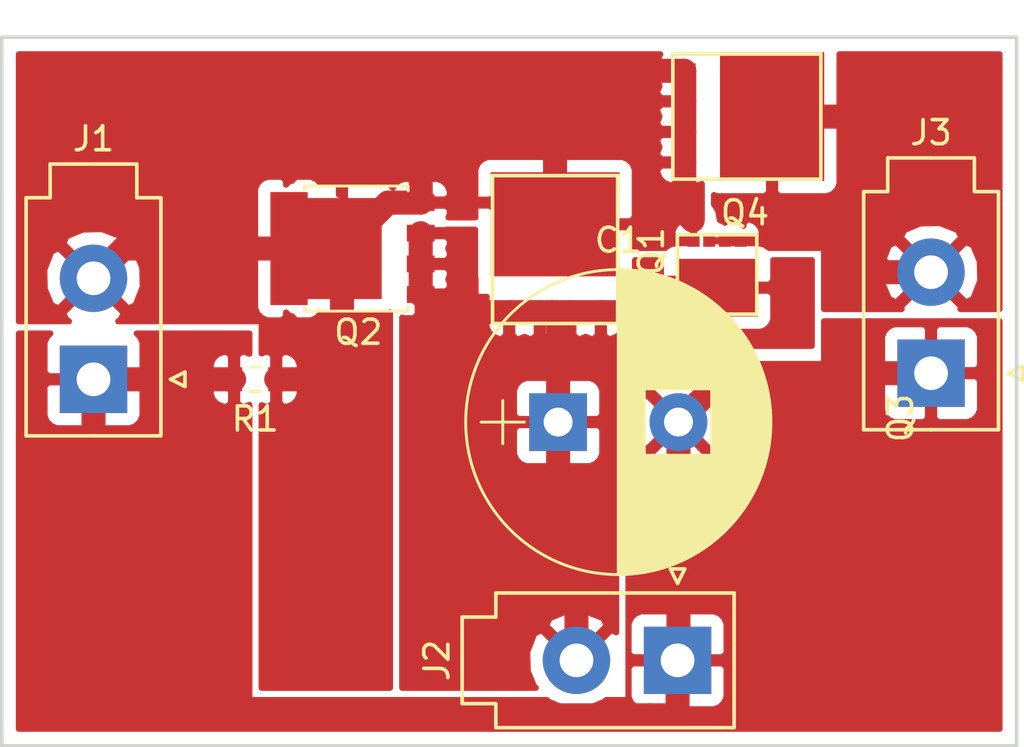
<source format=kicad_pcb>
(kicad_pcb (version 4) (host pcbnew 4.0.7-e2-6376~58~ubuntu16.04.1)

  (general
    (links 40)
    (no_connects 27)
    (area 0 0 0 0)
    (thickness 1.6)
    (drawings 5)
    (tracks 64)
    (zones 0)
    (modules 9)
    (nets 5)
  )

  (page A4)
  (layers
    (0 F.Cu signal)
    (31 B.Cu signal)
    (32 B.Adhes user)
    (33 F.Adhes user)
    (34 B.Paste user)
    (35 F.Paste user)
    (36 B.SilkS user)
    (37 F.SilkS user)
    (38 B.Mask user)
    (39 F.Mask user)
    (40 Dwgs.User user)
    (41 Cmts.User user)
    (42 Eco1.User user)
    (43 Eco2.User user)
    (44 Edge.Cuts user)
    (45 Margin user)
    (46 B.CrtYd user)
    (47 F.CrtYd user)
    (48 B.Fab user)
    (49 F.Fab user)
  )

  (setup
    (last_trace_width 1)
    (trace_clearance 0.2)
    (zone_clearance 0.508)
    (zone_45_only no)
    (trace_min 0.2)
    (segment_width 0.2)
    (edge_width 0.15)
    (via_size 0.6)
    (via_drill 0.4)
    (via_min_size 0.4)
    (via_min_drill 0.3)
    (uvia_size 0.3)
    (uvia_drill 0.1)
    (uvias_allowed no)
    (uvia_min_size 0.2)
    (uvia_min_drill 0.1)
    (pcb_text_width 0.3)
    (pcb_text_size 1.5 1.5)
    (mod_edge_width 0.15)
    (mod_text_size 1 1)
    (mod_text_width 0.15)
    (pad_size 1.524 1.524)
    (pad_drill 0.762)
    (pad_to_mask_clearance 0.2)
    (aux_axis_origin 0 0)
    (grid_origin 137.414 78.994)
    (visible_elements FFFFEF7F)
    (pcbplotparams
      (layerselection 0x00030_80000001)
      (usegerberextensions false)
      (excludeedgelayer true)
      (linewidth 0.100000)
      (plotframeref false)
      (viasonmask false)
      (mode 1)
      (useauxorigin false)
      (hpglpennumber 1)
      (hpglpenspeed 20)
      (hpglpendiameter 15)
      (hpglpenoverlay 2)
      (psnegative false)
      (psa4output false)
      (plotreference true)
      (plotvalue true)
      (plotinvisibletext false)
      (padsonsilk false)
      (subtractmaskfromsilk false)
      (outputformat 1)
      (mirror false)
      (drillshape 1)
      (scaleselection 1)
      (outputdirectory ""))
  )

  (net 0 "")
  (net 1 "Net-(C1-Pad1)")
  (net 2 "Net-(J1-Pad2)")
  (net 3 "Net-(J3-Pad2)")
  (net 4 /GND)

  (net_class Default "This is the default net class."
    (clearance 0.2)
    (trace_width 1)
    (via_dia 0.6)
    (via_drill 0.4)
    (uvia_dia 0.3)
    (uvia_drill 0.1)
    (add_net /GND)
    (add_net "Net-(C1-Pad1)")
    (add_net "Net-(J1-Pad2)")
    (add_net "Net-(J3-Pad2)")
  )

  (module Capacitors_THT:CP_Radial_D12.5mm_P5.00mm (layer F.Cu) (tedit 597BC7C2) (tstamp 5A565AC2)
    (at 137.668 86.868)
    (descr "CP, Radial series, Radial, pin pitch=5.00mm, , diameter=12.5mm, Electrolytic Capacitor")
    (tags "CP Radial series Radial pin pitch 5.00mm  diameter 12.5mm Electrolytic Capacitor")
    (path /5A5651BB)
    (fp_text reference C1 (at 2.5 -7.56) (layer F.SilkS)
      (effects (font (size 1 1) (thickness 0.15)))
    )
    (fp_text value CP1 (at 2.5 7.56) (layer F.Fab)
      (effects (font (size 1 1) (thickness 0.15)))
    )
    (fp_circle (center 2.5 0) (end 8.75 0) (layer F.Fab) (width 0.1))
    (fp_circle (center 2.5 0) (end 8.84 0) (layer F.SilkS) (width 0.12))
    (fp_line (start -3.2 0) (end -1.4 0) (layer F.Fab) (width 0.1))
    (fp_line (start -2.3 -0.9) (end -2.3 0.9) (layer F.Fab) (width 0.1))
    (fp_line (start 2.5 -6.3) (end 2.5 6.3) (layer F.SilkS) (width 0.12))
    (fp_line (start 2.54 -6.3) (end 2.54 6.3) (layer F.SilkS) (width 0.12))
    (fp_line (start 2.58 -6.3) (end 2.58 6.3) (layer F.SilkS) (width 0.12))
    (fp_line (start 2.62 -6.299) (end 2.62 6.299) (layer F.SilkS) (width 0.12))
    (fp_line (start 2.66 -6.298) (end 2.66 6.298) (layer F.SilkS) (width 0.12))
    (fp_line (start 2.7 -6.297) (end 2.7 6.297) (layer F.SilkS) (width 0.12))
    (fp_line (start 2.74 -6.296) (end 2.74 6.296) (layer F.SilkS) (width 0.12))
    (fp_line (start 2.78 -6.294) (end 2.78 6.294) (layer F.SilkS) (width 0.12))
    (fp_line (start 2.82 -6.292) (end 2.82 6.292) (layer F.SilkS) (width 0.12))
    (fp_line (start 2.86 -6.29) (end 2.86 6.29) (layer F.SilkS) (width 0.12))
    (fp_line (start 2.9 -6.288) (end 2.9 6.288) (layer F.SilkS) (width 0.12))
    (fp_line (start 2.94 -6.285) (end 2.94 6.285) (layer F.SilkS) (width 0.12))
    (fp_line (start 2.98 -6.282) (end 2.98 6.282) (layer F.SilkS) (width 0.12))
    (fp_line (start 3.02 -6.279) (end 3.02 6.279) (layer F.SilkS) (width 0.12))
    (fp_line (start 3.06 -6.276) (end 3.06 6.276) (layer F.SilkS) (width 0.12))
    (fp_line (start 3.1 -6.272) (end 3.1 6.272) (layer F.SilkS) (width 0.12))
    (fp_line (start 3.14 -6.268) (end 3.14 6.268) (layer F.SilkS) (width 0.12))
    (fp_line (start 3.18 -6.264) (end 3.18 6.264) (layer F.SilkS) (width 0.12))
    (fp_line (start 3.221 -6.259) (end 3.221 6.259) (layer F.SilkS) (width 0.12))
    (fp_line (start 3.261 -6.255) (end 3.261 6.255) (layer F.SilkS) (width 0.12))
    (fp_line (start 3.301 -6.25) (end 3.301 6.25) (layer F.SilkS) (width 0.12))
    (fp_line (start 3.341 -6.245) (end 3.341 6.245) (layer F.SilkS) (width 0.12))
    (fp_line (start 3.381 -6.239) (end 3.381 6.239) (layer F.SilkS) (width 0.12))
    (fp_line (start 3.421 -6.233) (end 3.421 6.233) (layer F.SilkS) (width 0.12))
    (fp_line (start 3.461 -6.227) (end 3.461 6.227) (layer F.SilkS) (width 0.12))
    (fp_line (start 3.501 -6.221) (end 3.501 6.221) (layer F.SilkS) (width 0.12))
    (fp_line (start 3.541 -6.215) (end 3.541 6.215) (layer F.SilkS) (width 0.12))
    (fp_line (start 3.581 -6.208) (end 3.581 6.208) (layer F.SilkS) (width 0.12))
    (fp_line (start 3.621 -6.201) (end 3.621 -1.38) (layer F.SilkS) (width 0.12))
    (fp_line (start 3.621 1.38) (end 3.621 6.201) (layer F.SilkS) (width 0.12))
    (fp_line (start 3.661 -6.193) (end 3.661 -1.38) (layer F.SilkS) (width 0.12))
    (fp_line (start 3.661 1.38) (end 3.661 6.193) (layer F.SilkS) (width 0.12))
    (fp_line (start 3.701 -6.186) (end 3.701 -1.38) (layer F.SilkS) (width 0.12))
    (fp_line (start 3.701 1.38) (end 3.701 6.186) (layer F.SilkS) (width 0.12))
    (fp_line (start 3.741 -6.178) (end 3.741 -1.38) (layer F.SilkS) (width 0.12))
    (fp_line (start 3.741 1.38) (end 3.741 6.178) (layer F.SilkS) (width 0.12))
    (fp_line (start 3.781 -6.17) (end 3.781 -1.38) (layer F.SilkS) (width 0.12))
    (fp_line (start 3.781 1.38) (end 3.781 6.17) (layer F.SilkS) (width 0.12))
    (fp_line (start 3.821 -6.162) (end 3.821 -1.38) (layer F.SilkS) (width 0.12))
    (fp_line (start 3.821 1.38) (end 3.821 6.162) (layer F.SilkS) (width 0.12))
    (fp_line (start 3.861 -6.153) (end 3.861 -1.38) (layer F.SilkS) (width 0.12))
    (fp_line (start 3.861 1.38) (end 3.861 6.153) (layer F.SilkS) (width 0.12))
    (fp_line (start 3.901 -6.144) (end 3.901 -1.38) (layer F.SilkS) (width 0.12))
    (fp_line (start 3.901 1.38) (end 3.901 6.144) (layer F.SilkS) (width 0.12))
    (fp_line (start 3.941 -6.135) (end 3.941 -1.38) (layer F.SilkS) (width 0.12))
    (fp_line (start 3.941 1.38) (end 3.941 6.135) (layer F.SilkS) (width 0.12))
    (fp_line (start 3.981 -6.125) (end 3.981 -1.38) (layer F.SilkS) (width 0.12))
    (fp_line (start 3.981 1.38) (end 3.981 6.125) (layer F.SilkS) (width 0.12))
    (fp_line (start 4.021 -6.116) (end 4.021 -1.38) (layer F.SilkS) (width 0.12))
    (fp_line (start 4.021 1.38) (end 4.021 6.116) (layer F.SilkS) (width 0.12))
    (fp_line (start 4.061 -6.106) (end 4.061 -1.38) (layer F.SilkS) (width 0.12))
    (fp_line (start 4.061 1.38) (end 4.061 6.106) (layer F.SilkS) (width 0.12))
    (fp_line (start 4.101 -6.095) (end 4.101 -1.38) (layer F.SilkS) (width 0.12))
    (fp_line (start 4.101 1.38) (end 4.101 6.095) (layer F.SilkS) (width 0.12))
    (fp_line (start 4.141 -6.085) (end 4.141 -1.38) (layer F.SilkS) (width 0.12))
    (fp_line (start 4.141 1.38) (end 4.141 6.085) (layer F.SilkS) (width 0.12))
    (fp_line (start 4.181 -6.074) (end 4.181 -1.38) (layer F.SilkS) (width 0.12))
    (fp_line (start 4.181 1.38) (end 4.181 6.074) (layer F.SilkS) (width 0.12))
    (fp_line (start 4.221 -6.063) (end 4.221 -1.38) (layer F.SilkS) (width 0.12))
    (fp_line (start 4.221 1.38) (end 4.221 6.063) (layer F.SilkS) (width 0.12))
    (fp_line (start 4.261 -6.051) (end 4.261 -1.38) (layer F.SilkS) (width 0.12))
    (fp_line (start 4.261 1.38) (end 4.261 6.051) (layer F.SilkS) (width 0.12))
    (fp_line (start 4.301 -6.04) (end 4.301 -1.38) (layer F.SilkS) (width 0.12))
    (fp_line (start 4.301 1.38) (end 4.301 6.04) (layer F.SilkS) (width 0.12))
    (fp_line (start 4.341 -6.028) (end 4.341 -1.38) (layer F.SilkS) (width 0.12))
    (fp_line (start 4.341 1.38) (end 4.341 6.028) (layer F.SilkS) (width 0.12))
    (fp_line (start 4.381 -6.015) (end 4.381 -1.38) (layer F.SilkS) (width 0.12))
    (fp_line (start 4.381 1.38) (end 4.381 6.015) (layer F.SilkS) (width 0.12))
    (fp_line (start 4.421 -6.003) (end 4.421 -1.38) (layer F.SilkS) (width 0.12))
    (fp_line (start 4.421 1.38) (end 4.421 6.003) (layer F.SilkS) (width 0.12))
    (fp_line (start 4.461 -5.99) (end 4.461 -1.38) (layer F.SilkS) (width 0.12))
    (fp_line (start 4.461 1.38) (end 4.461 5.99) (layer F.SilkS) (width 0.12))
    (fp_line (start 4.501 -5.977) (end 4.501 -1.38) (layer F.SilkS) (width 0.12))
    (fp_line (start 4.501 1.38) (end 4.501 5.977) (layer F.SilkS) (width 0.12))
    (fp_line (start 4.541 -5.963) (end 4.541 -1.38) (layer F.SilkS) (width 0.12))
    (fp_line (start 4.541 1.38) (end 4.541 5.963) (layer F.SilkS) (width 0.12))
    (fp_line (start 4.581 -5.95) (end 4.581 -1.38) (layer F.SilkS) (width 0.12))
    (fp_line (start 4.581 1.38) (end 4.581 5.95) (layer F.SilkS) (width 0.12))
    (fp_line (start 4.621 -5.936) (end 4.621 -1.38) (layer F.SilkS) (width 0.12))
    (fp_line (start 4.621 1.38) (end 4.621 5.936) (layer F.SilkS) (width 0.12))
    (fp_line (start 4.661 -5.921) (end 4.661 -1.38) (layer F.SilkS) (width 0.12))
    (fp_line (start 4.661 1.38) (end 4.661 5.921) (layer F.SilkS) (width 0.12))
    (fp_line (start 4.701 -5.907) (end 4.701 -1.38) (layer F.SilkS) (width 0.12))
    (fp_line (start 4.701 1.38) (end 4.701 5.907) (layer F.SilkS) (width 0.12))
    (fp_line (start 4.741 -5.892) (end 4.741 -1.38) (layer F.SilkS) (width 0.12))
    (fp_line (start 4.741 1.38) (end 4.741 5.892) (layer F.SilkS) (width 0.12))
    (fp_line (start 4.781 -5.876) (end 4.781 -1.38) (layer F.SilkS) (width 0.12))
    (fp_line (start 4.781 1.38) (end 4.781 5.876) (layer F.SilkS) (width 0.12))
    (fp_line (start 4.821 -5.861) (end 4.821 -1.38) (layer F.SilkS) (width 0.12))
    (fp_line (start 4.821 1.38) (end 4.821 5.861) (layer F.SilkS) (width 0.12))
    (fp_line (start 4.861 -5.845) (end 4.861 -1.38) (layer F.SilkS) (width 0.12))
    (fp_line (start 4.861 1.38) (end 4.861 5.845) (layer F.SilkS) (width 0.12))
    (fp_line (start 4.901 -5.829) (end 4.901 -1.38) (layer F.SilkS) (width 0.12))
    (fp_line (start 4.901 1.38) (end 4.901 5.829) (layer F.SilkS) (width 0.12))
    (fp_line (start 4.941 -5.812) (end 4.941 -1.38) (layer F.SilkS) (width 0.12))
    (fp_line (start 4.941 1.38) (end 4.941 5.812) (layer F.SilkS) (width 0.12))
    (fp_line (start 4.981 -5.795) (end 4.981 -1.38) (layer F.SilkS) (width 0.12))
    (fp_line (start 4.981 1.38) (end 4.981 5.795) (layer F.SilkS) (width 0.12))
    (fp_line (start 5.021 -5.778) (end 5.021 -1.38) (layer F.SilkS) (width 0.12))
    (fp_line (start 5.021 1.38) (end 5.021 5.778) (layer F.SilkS) (width 0.12))
    (fp_line (start 5.061 -5.761) (end 5.061 -1.38) (layer F.SilkS) (width 0.12))
    (fp_line (start 5.061 1.38) (end 5.061 5.761) (layer F.SilkS) (width 0.12))
    (fp_line (start 5.101 -5.743) (end 5.101 -1.38) (layer F.SilkS) (width 0.12))
    (fp_line (start 5.101 1.38) (end 5.101 5.743) (layer F.SilkS) (width 0.12))
    (fp_line (start 5.141 -5.725) (end 5.141 -1.38) (layer F.SilkS) (width 0.12))
    (fp_line (start 5.141 1.38) (end 5.141 5.725) (layer F.SilkS) (width 0.12))
    (fp_line (start 5.181 -5.706) (end 5.181 -1.38) (layer F.SilkS) (width 0.12))
    (fp_line (start 5.181 1.38) (end 5.181 5.706) (layer F.SilkS) (width 0.12))
    (fp_line (start 5.221 -5.687) (end 5.221 -1.38) (layer F.SilkS) (width 0.12))
    (fp_line (start 5.221 1.38) (end 5.221 5.687) (layer F.SilkS) (width 0.12))
    (fp_line (start 5.261 -5.668) (end 5.261 -1.38) (layer F.SilkS) (width 0.12))
    (fp_line (start 5.261 1.38) (end 5.261 5.668) (layer F.SilkS) (width 0.12))
    (fp_line (start 5.301 -5.649) (end 5.301 -1.38) (layer F.SilkS) (width 0.12))
    (fp_line (start 5.301 1.38) (end 5.301 5.649) (layer F.SilkS) (width 0.12))
    (fp_line (start 5.341 -5.629) (end 5.341 -1.38) (layer F.SilkS) (width 0.12))
    (fp_line (start 5.341 1.38) (end 5.341 5.629) (layer F.SilkS) (width 0.12))
    (fp_line (start 5.381 -5.609) (end 5.381 -1.38) (layer F.SilkS) (width 0.12))
    (fp_line (start 5.381 1.38) (end 5.381 5.609) (layer F.SilkS) (width 0.12))
    (fp_line (start 5.421 -5.588) (end 5.421 -1.38) (layer F.SilkS) (width 0.12))
    (fp_line (start 5.421 1.38) (end 5.421 5.588) (layer F.SilkS) (width 0.12))
    (fp_line (start 5.461 -5.567) (end 5.461 -1.38) (layer F.SilkS) (width 0.12))
    (fp_line (start 5.461 1.38) (end 5.461 5.567) (layer F.SilkS) (width 0.12))
    (fp_line (start 5.501 -5.546) (end 5.501 -1.38) (layer F.SilkS) (width 0.12))
    (fp_line (start 5.501 1.38) (end 5.501 5.546) (layer F.SilkS) (width 0.12))
    (fp_line (start 5.541 -5.524) (end 5.541 -1.38) (layer F.SilkS) (width 0.12))
    (fp_line (start 5.541 1.38) (end 5.541 5.524) (layer F.SilkS) (width 0.12))
    (fp_line (start 5.581 -5.502) (end 5.581 -1.38) (layer F.SilkS) (width 0.12))
    (fp_line (start 5.581 1.38) (end 5.581 5.502) (layer F.SilkS) (width 0.12))
    (fp_line (start 5.621 -5.48) (end 5.621 -1.38) (layer F.SilkS) (width 0.12))
    (fp_line (start 5.621 1.38) (end 5.621 5.48) (layer F.SilkS) (width 0.12))
    (fp_line (start 5.661 -5.457) (end 5.661 -1.38) (layer F.SilkS) (width 0.12))
    (fp_line (start 5.661 1.38) (end 5.661 5.457) (layer F.SilkS) (width 0.12))
    (fp_line (start 5.701 -5.434) (end 5.701 -1.38) (layer F.SilkS) (width 0.12))
    (fp_line (start 5.701 1.38) (end 5.701 5.434) (layer F.SilkS) (width 0.12))
    (fp_line (start 5.741 -5.41) (end 5.741 -1.38) (layer F.SilkS) (width 0.12))
    (fp_line (start 5.741 1.38) (end 5.741 5.41) (layer F.SilkS) (width 0.12))
    (fp_line (start 5.781 -5.386) (end 5.781 -1.38) (layer F.SilkS) (width 0.12))
    (fp_line (start 5.781 1.38) (end 5.781 5.386) (layer F.SilkS) (width 0.12))
    (fp_line (start 5.821 -5.362) (end 5.821 -1.38) (layer F.SilkS) (width 0.12))
    (fp_line (start 5.821 1.38) (end 5.821 5.362) (layer F.SilkS) (width 0.12))
    (fp_line (start 5.861 -5.337) (end 5.861 -1.38) (layer F.SilkS) (width 0.12))
    (fp_line (start 5.861 1.38) (end 5.861 5.337) (layer F.SilkS) (width 0.12))
    (fp_line (start 5.901 -5.312) (end 5.901 -1.38) (layer F.SilkS) (width 0.12))
    (fp_line (start 5.901 1.38) (end 5.901 5.312) (layer F.SilkS) (width 0.12))
    (fp_line (start 5.941 -5.286) (end 5.941 -1.38) (layer F.SilkS) (width 0.12))
    (fp_line (start 5.941 1.38) (end 5.941 5.286) (layer F.SilkS) (width 0.12))
    (fp_line (start 5.981 -5.26) (end 5.981 -1.38) (layer F.SilkS) (width 0.12))
    (fp_line (start 5.981 1.38) (end 5.981 5.26) (layer F.SilkS) (width 0.12))
    (fp_line (start 6.021 -5.234) (end 6.021 -1.38) (layer F.SilkS) (width 0.12))
    (fp_line (start 6.021 1.38) (end 6.021 5.234) (layer F.SilkS) (width 0.12))
    (fp_line (start 6.061 -5.207) (end 6.061 -1.38) (layer F.SilkS) (width 0.12))
    (fp_line (start 6.061 1.38) (end 6.061 5.207) (layer F.SilkS) (width 0.12))
    (fp_line (start 6.101 -5.179) (end 6.101 -1.38) (layer F.SilkS) (width 0.12))
    (fp_line (start 6.101 1.38) (end 6.101 5.179) (layer F.SilkS) (width 0.12))
    (fp_line (start 6.141 -5.151) (end 6.141 -1.38) (layer F.SilkS) (width 0.12))
    (fp_line (start 6.141 1.38) (end 6.141 5.151) (layer F.SilkS) (width 0.12))
    (fp_line (start 6.181 -5.123) (end 6.181 -1.38) (layer F.SilkS) (width 0.12))
    (fp_line (start 6.181 1.38) (end 6.181 5.123) (layer F.SilkS) (width 0.12))
    (fp_line (start 6.221 -5.094) (end 6.221 -1.38) (layer F.SilkS) (width 0.12))
    (fp_line (start 6.221 1.38) (end 6.221 5.094) (layer F.SilkS) (width 0.12))
    (fp_line (start 6.261 -5.065) (end 6.261 -1.38) (layer F.SilkS) (width 0.12))
    (fp_line (start 6.261 1.38) (end 6.261 5.065) (layer F.SilkS) (width 0.12))
    (fp_line (start 6.301 -5.035) (end 6.301 -1.38) (layer F.SilkS) (width 0.12))
    (fp_line (start 6.301 1.38) (end 6.301 5.035) (layer F.SilkS) (width 0.12))
    (fp_line (start 6.341 -5.005) (end 6.341 -1.38) (layer F.SilkS) (width 0.12))
    (fp_line (start 6.341 1.38) (end 6.341 5.005) (layer F.SilkS) (width 0.12))
    (fp_line (start 6.381 -4.975) (end 6.381 4.975) (layer F.SilkS) (width 0.12))
    (fp_line (start 6.421 -4.943) (end 6.421 4.943) (layer F.SilkS) (width 0.12))
    (fp_line (start 6.461 -4.912) (end 6.461 4.912) (layer F.SilkS) (width 0.12))
    (fp_line (start 6.501 -4.879) (end 6.501 4.879) (layer F.SilkS) (width 0.12))
    (fp_line (start 6.541 -4.847) (end 6.541 4.847) (layer F.SilkS) (width 0.12))
    (fp_line (start 6.581 -4.813) (end 6.581 4.813) (layer F.SilkS) (width 0.12))
    (fp_line (start 6.621 -4.779) (end 6.621 4.779) (layer F.SilkS) (width 0.12))
    (fp_line (start 6.661 -4.745) (end 6.661 4.745) (layer F.SilkS) (width 0.12))
    (fp_line (start 6.701 -4.71) (end 6.701 4.71) (layer F.SilkS) (width 0.12))
    (fp_line (start 6.741 -4.674) (end 6.741 4.674) (layer F.SilkS) (width 0.12))
    (fp_line (start 6.781 -4.638) (end 6.781 4.638) (layer F.SilkS) (width 0.12))
    (fp_line (start 6.821 -4.601) (end 6.821 4.601) (layer F.SilkS) (width 0.12))
    (fp_line (start 6.861 -4.563) (end 6.861 4.563) (layer F.SilkS) (width 0.12))
    (fp_line (start 6.901 -4.525) (end 6.901 4.525) (layer F.SilkS) (width 0.12))
    (fp_line (start 6.941 -4.486) (end 6.941 4.486) (layer F.SilkS) (width 0.12))
    (fp_line (start 6.981 -4.447) (end 6.981 4.447) (layer F.SilkS) (width 0.12))
    (fp_line (start 7.021 -4.406) (end 7.021 4.406) (layer F.SilkS) (width 0.12))
    (fp_line (start 7.061 -4.365) (end 7.061 4.365) (layer F.SilkS) (width 0.12))
    (fp_line (start 7.101 -4.323) (end 7.101 4.323) (layer F.SilkS) (width 0.12))
    (fp_line (start 7.141 -4.281) (end 7.141 4.281) (layer F.SilkS) (width 0.12))
    (fp_line (start 7.181 -4.238) (end 7.181 4.238) (layer F.SilkS) (width 0.12))
    (fp_line (start 7.221 -4.193) (end 7.221 4.193) (layer F.SilkS) (width 0.12))
    (fp_line (start 7.261 -4.148) (end 7.261 4.148) (layer F.SilkS) (width 0.12))
    (fp_line (start 7.301 -4.102) (end 7.301 4.102) (layer F.SilkS) (width 0.12))
    (fp_line (start 7.341 -4.056) (end 7.341 4.056) (layer F.SilkS) (width 0.12))
    (fp_line (start 7.381 -4.008) (end 7.381 4.008) (layer F.SilkS) (width 0.12))
    (fp_line (start 7.421 -3.959) (end 7.421 3.959) (layer F.SilkS) (width 0.12))
    (fp_line (start 7.461 -3.909) (end 7.461 3.909) (layer F.SilkS) (width 0.12))
    (fp_line (start 7.501 -3.859) (end 7.501 3.859) (layer F.SilkS) (width 0.12))
    (fp_line (start 7.541 -3.807) (end 7.541 3.807) (layer F.SilkS) (width 0.12))
    (fp_line (start 7.581 -3.754) (end 7.581 3.754) (layer F.SilkS) (width 0.12))
    (fp_line (start 7.621 -3.7) (end 7.621 3.7) (layer F.SilkS) (width 0.12))
    (fp_line (start 7.661 -3.644) (end 7.661 3.644) (layer F.SilkS) (width 0.12))
    (fp_line (start 7.701 -3.588) (end 7.701 3.588) (layer F.SilkS) (width 0.12))
    (fp_line (start 7.741 -3.53) (end 7.741 3.53) (layer F.SilkS) (width 0.12))
    (fp_line (start 7.781 -3.47) (end 7.781 3.47) (layer F.SilkS) (width 0.12))
    (fp_line (start 7.821 -3.409) (end 7.821 3.409) (layer F.SilkS) (width 0.12))
    (fp_line (start 7.861 -3.347) (end 7.861 3.347) (layer F.SilkS) (width 0.12))
    (fp_line (start 7.901 -3.282) (end 7.901 3.282) (layer F.SilkS) (width 0.12))
    (fp_line (start 7.941 -3.217) (end 7.941 3.217) (layer F.SilkS) (width 0.12))
    (fp_line (start 7.981 -3.149) (end 7.981 3.149) (layer F.SilkS) (width 0.12))
    (fp_line (start 8.021 -3.079) (end 8.021 3.079) (layer F.SilkS) (width 0.12))
    (fp_line (start 8.061 -3.007) (end 8.061 3.007) (layer F.SilkS) (width 0.12))
    (fp_line (start 8.101 -2.933) (end 8.101 2.933) (layer F.SilkS) (width 0.12))
    (fp_line (start 8.141 -2.856) (end 8.141 2.856) (layer F.SilkS) (width 0.12))
    (fp_line (start 8.181 -2.777) (end 8.181 2.777) (layer F.SilkS) (width 0.12))
    (fp_line (start 8.221 -2.695) (end 8.221 2.695) (layer F.SilkS) (width 0.12))
    (fp_line (start 8.261 -2.61) (end 8.261 2.61) (layer F.SilkS) (width 0.12))
    (fp_line (start 8.301 -2.521) (end 8.301 2.521) (layer F.SilkS) (width 0.12))
    (fp_line (start 8.341 -2.428) (end 8.341 2.428) (layer F.SilkS) (width 0.12))
    (fp_line (start 8.381 -2.331) (end 8.381 2.331) (layer F.SilkS) (width 0.12))
    (fp_line (start 8.421 -2.23) (end 8.421 2.23) (layer F.SilkS) (width 0.12))
    (fp_line (start 8.461 -2.122) (end 8.461 2.122) (layer F.SilkS) (width 0.12))
    (fp_line (start 8.501 -2.009) (end 8.501 2.009) (layer F.SilkS) (width 0.12))
    (fp_line (start 8.541 -1.888) (end 8.541 1.888) (layer F.SilkS) (width 0.12))
    (fp_line (start 8.581 -1.757) (end 8.581 1.757) (layer F.SilkS) (width 0.12))
    (fp_line (start 8.621 -1.616) (end 8.621 1.616) (layer F.SilkS) (width 0.12))
    (fp_line (start 8.661 -1.46) (end 8.661 1.46) (layer F.SilkS) (width 0.12))
    (fp_line (start 8.701 -1.285) (end 8.701 1.285) (layer F.SilkS) (width 0.12))
    (fp_line (start 8.741 -1.082) (end 8.741 1.082) (layer F.SilkS) (width 0.12))
    (fp_line (start 8.781 -0.831) (end 8.781 0.831) (layer F.SilkS) (width 0.12))
    (fp_line (start 8.821 -0.464) (end 8.821 0.464) (layer F.SilkS) (width 0.12))
    (fp_line (start -3.2 0) (end -1.4 0) (layer F.SilkS) (width 0.12))
    (fp_line (start -2.3 -0.9) (end -2.3 0.9) (layer F.SilkS) (width 0.12))
    (fp_line (start -4.1 -6.6) (end -4.1 6.6) (layer F.CrtYd) (width 0.05))
    (fp_line (start -4.1 6.6) (end 9.1 6.6) (layer F.CrtYd) (width 0.05))
    (fp_line (start 9.1 6.6) (end 9.1 -6.6) (layer F.CrtYd) (width 0.05))
    (fp_line (start 9.1 -6.6) (end -4.1 -6.6) (layer F.CrtYd) (width 0.05))
    (fp_text user %R (at 2.5 0) (layer F.Fab)
      (effects (font (size 1 1) (thickness 0.15)))
    )
    (pad 1 thru_hole rect (at 0 0) (size 2.4 2.4) (drill 1.2) (layers *.Cu *.Mask)
      (net 1 "Net-(C1-Pad1)"))
    (pad 2 thru_hole circle (at 5 0) (size 2.4 2.4) (drill 1.2) (layers *.Cu *.Mask)
      (net 4 /GND))
    (model ${KISYS3DMOD}/Capacitors_THT.3dshapes/CP_Radial_D12.5mm_P5.00mm.wrl
      (at (xyz 0 0 0))
      (scale (xyz 1 1 1))
      (rotate (xyz 0 0 0))
    )
  )

  (module correct_molex:Molex_MiniFit-JR-5556-02A_2x01x4.20mm_Straight (layer F.Cu) (tedit 589BA64B) (tstamp 5A565AC8)
    (at 118.364 85.09 180)
    (descr "Molex Mini-Fit JR, PN:5556-02A, dual row, top entry type, through hole")
    (tags "connector molex mini-fit 5556")
    (path /5A564C5B)
    (fp_text reference J1 (at 0 10 180) (layer F.SilkS)
      (effects (font (size 1 1) (thickness 0.15)))
    )
    (fp_text value Ext_in (at 0 -4 180) (layer F.Fab)
      (effects (font (size 1 1) (thickness 0.15)))
    )
    (fp_line (start -2.7 -2.25) (end -2.7 7.45) (layer F.Fab) (width 0.05))
    (fp_line (start -2.7 7.45) (end 2.7 7.45) (layer F.Fab) (width 0.05))
    (fp_line (start 2.7 7.45) (end 2.7 -2.25) (layer F.Fab) (width 0.05))
    (fp_line (start 2.7 -2.25) (end -2.7 -2.25) (layer F.Fab) (width 0.05))
    (fp_line (start -1.7 7.45) (end -1.7 8.85) (layer F.Fab) (width 0.05))
    (fp_line (start -1.7 8.85) (end 1.7 8.85) (layer F.Fab) (width 0.05))
    (fp_line (start 1.7 8.85) (end 1.7 7.45) (layer F.Fab) (width 0.05))
    (fp_line (start -1.75 -1.75) (end -1.75 1.75) (layer F.Fab) (width 0.05))
    (fp_line (start -1.75 1.75) (end 1.75 1.75) (layer F.Fab) (width 0.05))
    (fp_line (start 1.75 1.75) (end 1.75 -1.75) (layer F.Fab) (width 0.05))
    (fp_line (start 1.75 -1.75) (end -1.75 -1.75) (layer F.Fab) (width 0.05))
    (fp_line (start -1.75 5.95) (end -1.75 3.325) (layer F.Fab) (width 0.05))
    (fp_line (start -1.75 3.325) (end -0.875 2.45) (layer F.Fab) (width 0.05))
    (fp_line (start -0.875 2.45) (end 0.875 2.45) (layer F.Fab) (width 0.05))
    (fp_line (start 0.875 2.45) (end 1.75 3.325) (layer F.Fab) (width 0.05))
    (fp_line (start 1.75 3.325) (end 1.75 5.95) (layer F.Fab) (width 0.05))
    (fp_line (start 1.75 5.95) (end -1.75 5.95) (layer F.Fab) (width 0.05))
    (fp_line (start 0 -2.35) (end -2.8 -2.35) (layer F.SilkS) (width 0.15))
    (fp_line (start -2.8 -2.35) (end -2.8 7.55) (layer F.SilkS) (width 0.15))
    (fp_line (start -2.8 7.55) (end -1.8 7.55) (layer F.SilkS) (width 0.15))
    (fp_line (start -1.8 7.55) (end -1.8 8.95) (layer F.SilkS) (width 0.15))
    (fp_line (start -1.8 8.95) (end 0 8.95) (layer F.SilkS) (width 0.15))
    (fp_line (start 0 -2.35) (end 2.8 -2.35) (layer F.SilkS) (width 0.15))
    (fp_line (start 2.8 -2.35) (end 2.8 7.55) (layer F.SilkS) (width 0.15))
    (fp_line (start 2.8 7.55) (end 1.8 7.55) (layer F.SilkS) (width 0.15))
    (fp_line (start 1.8 7.55) (end 1.8 8.95) (layer F.SilkS) (width 0.15))
    (fp_line (start 1.8 8.95) (end 0 8.95) (layer F.SilkS) (width 0.15))
    (fp_line (start -3.2 0) (end -3.8 0.3) (layer F.SilkS) (width 0.15))
    (fp_line (start -3.8 0.3) (end -3.8 -0.3) (layer F.SilkS) (width 0.15))
    (fp_line (start -3.8 -0.3) (end -3.2 0) (layer F.SilkS) (width 0.15))
    (fp_line (start -3.2 -2.75) (end -3.2 9.3) (layer F.CrtYd) (width 0.05))
    (fp_line (start -3.2 9.3) (end 3.2 9.3) (layer F.CrtYd) (width 0.05))
    (fp_line (start 3.2 9.3) (end 3.2 -2.75) (layer F.CrtYd) (width 0.05))
    (fp_line (start 3.2 -2.75) (end -3.2 -2.75) (layer F.CrtYd) (width 0.05))
    (pad 1 thru_hole rect (at 0 0 180) (size 2.8 2.8) (drill 1.4) (layers *.Cu *.Mask)
      (net 4 /GND))
    (pad 2 thru_hole circle (at 0 4.2 180) (size 2.8 2.8) (drill 1.4) (layers *.Cu *.Mask)
      (net 2 "Net-(J1-Pad2)"))
    (model C:/Users/BB/Documents/GrabCAD/SUPERBall/SuperBall_V2/Electronics/KiCAD_models/minifit_jr_vert_2.wrl
      (at (xyz 0 0 0))
      (scale (xyz 0.4 0.4 0.4))
      (rotate (xyz 0 0 0))
    )
  )

  (module correct_molex:Molex_MiniFit-JR-5556-02A_2x01x4.20mm_Straight (layer F.Cu) (tedit 589BA64B) (tstamp 5A565ACE)
    (at 142.63 96.774 270)
    (descr "Molex Mini-Fit JR, PN:5556-02A, dual row, top entry type, through hole")
    (tags "connector molex mini-fit 5556")
    (path /5A564E3F)
    (fp_text reference J2 (at 0 10 270) (layer F.SilkS)
      (effects (font (size 1 1) (thickness 0.15)))
    )
    (fp_text value Out (at 0 -4 270) (layer F.Fab)
      (effects (font (size 1 1) (thickness 0.15)))
    )
    (fp_line (start -2.7 -2.25) (end -2.7 7.45) (layer F.Fab) (width 0.05))
    (fp_line (start -2.7 7.45) (end 2.7 7.45) (layer F.Fab) (width 0.05))
    (fp_line (start 2.7 7.45) (end 2.7 -2.25) (layer F.Fab) (width 0.05))
    (fp_line (start 2.7 -2.25) (end -2.7 -2.25) (layer F.Fab) (width 0.05))
    (fp_line (start -1.7 7.45) (end -1.7 8.85) (layer F.Fab) (width 0.05))
    (fp_line (start -1.7 8.85) (end 1.7 8.85) (layer F.Fab) (width 0.05))
    (fp_line (start 1.7 8.85) (end 1.7 7.45) (layer F.Fab) (width 0.05))
    (fp_line (start -1.75 -1.75) (end -1.75 1.75) (layer F.Fab) (width 0.05))
    (fp_line (start -1.75 1.75) (end 1.75 1.75) (layer F.Fab) (width 0.05))
    (fp_line (start 1.75 1.75) (end 1.75 -1.75) (layer F.Fab) (width 0.05))
    (fp_line (start 1.75 -1.75) (end -1.75 -1.75) (layer F.Fab) (width 0.05))
    (fp_line (start -1.75 5.95) (end -1.75 3.325) (layer F.Fab) (width 0.05))
    (fp_line (start -1.75 3.325) (end -0.875 2.45) (layer F.Fab) (width 0.05))
    (fp_line (start -0.875 2.45) (end 0.875 2.45) (layer F.Fab) (width 0.05))
    (fp_line (start 0.875 2.45) (end 1.75 3.325) (layer F.Fab) (width 0.05))
    (fp_line (start 1.75 3.325) (end 1.75 5.95) (layer F.Fab) (width 0.05))
    (fp_line (start 1.75 5.95) (end -1.75 5.95) (layer F.Fab) (width 0.05))
    (fp_line (start 0 -2.35) (end -2.8 -2.35) (layer F.SilkS) (width 0.15))
    (fp_line (start -2.8 -2.35) (end -2.8 7.55) (layer F.SilkS) (width 0.15))
    (fp_line (start -2.8 7.55) (end -1.8 7.55) (layer F.SilkS) (width 0.15))
    (fp_line (start -1.8 7.55) (end -1.8 8.95) (layer F.SilkS) (width 0.15))
    (fp_line (start -1.8 8.95) (end 0 8.95) (layer F.SilkS) (width 0.15))
    (fp_line (start 0 -2.35) (end 2.8 -2.35) (layer F.SilkS) (width 0.15))
    (fp_line (start 2.8 -2.35) (end 2.8 7.55) (layer F.SilkS) (width 0.15))
    (fp_line (start 2.8 7.55) (end 1.8 7.55) (layer F.SilkS) (width 0.15))
    (fp_line (start 1.8 7.55) (end 1.8 8.95) (layer F.SilkS) (width 0.15))
    (fp_line (start 1.8 8.95) (end 0 8.95) (layer F.SilkS) (width 0.15))
    (fp_line (start -3.2 0) (end -3.8 0.3) (layer F.SilkS) (width 0.15))
    (fp_line (start -3.8 0.3) (end -3.8 -0.3) (layer F.SilkS) (width 0.15))
    (fp_line (start -3.8 -0.3) (end -3.2 0) (layer F.SilkS) (width 0.15))
    (fp_line (start -3.2 -2.75) (end -3.2 9.3) (layer F.CrtYd) (width 0.05))
    (fp_line (start -3.2 9.3) (end 3.2 9.3) (layer F.CrtYd) (width 0.05))
    (fp_line (start 3.2 9.3) (end 3.2 -2.75) (layer F.CrtYd) (width 0.05))
    (fp_line (start 3.2 -2.75) (end -3.2 -2.75) (layer F.CrtYd) (width 0.05))
    (pad 1 thru_hole rect (at 0 0 270) (size 2.8 2.8) (drill 1.4) (layers *.Cu *.Mask)
      (net 4 /GND))
    (pad 2 thru_hole circle (at 0 4.2 270) (size 2.8 2.8) (drill 1.4) (layers *.Cu *.Mask)
      (net 1 "Net-(C1-Pad1)"))
    (model C:/Users/BB/Documents/GrabCAD/SUPERBall/SuperBall_V2/Electronics/KiCAD_models/minifit_jr_vert_2.wrl
      (at (xyz 0 0 0))
      (scale (xyz 0.4 0.4 0.4))
      (rotate (xyz 0 0 0))
    )
  )

  (module correct_molex:Molex_MiniFit-JR-5556-02A_2x01x4.20mm_Straight (layer F.Cu) (tedit 589BA64B) (tstamp 5A565AD4)
    (at 153.162 84.836 180)
    (descr "Molex Mini-Fit JR, PN:5556-02A, dual row, top entry type, through hole")
    (tags "connector molex mini-fit 5556")
    (path /5A564DC2)
    (fp_text reference J3 (at 0 10 180) (layer F.SilkS)
      (effects (font (size 1 1) (thickness 0.15)))
    )
    (fp_text value Batt_in (at 0 -4 180) (layer F.Fab)
      (effects (font (size 1 1) (thickness 0.15)))
    )
    (fp_line (start -2.7 -2.25) (end -2.7 7.45) (layer F.Fab) (width 0.05))
    (fp_line (start -2.7 7.45) (end 2.7 7.45) (layer F.Fab) (width 0.05))
    (fp_line (start 2.7 7.45) (end 2.7 -2.25) (layer F.Fab) (width 0.05))
    (fp_line (start 2.7 -2.25) (end -2.7 -2.25) (layer F.Fab) (width 0.05))
    (fp_line (start -1.7 7.45) (end -1.7 8.85) (layer F.Fab) (width 0.05))
    (fp_line (start -1.7 8.85) (end 1.7 8.85) (layer F.Fab) (width 0.05))
    (fp_line (start 1.7 8.85) (end 1.7 7.45) (layer F.Fab) (width 0.05))
    (fp_line (start -1.75 -1.75) (end -1.75 1.75) (layer F.Fab) (width 0.05))
    (fp_line (start -1.75 1.75) (end 1.75 1.75) (layer F.Fab) (width 0.05))
    (fp_line (start 1.75 1.75) (end 1.75 -1.75) (layer F.Fab) (width 0.05))
    (fp_line (start 1.75 -1.75) (end -1.75 -1.75) (layer F.Fab) (width 0.05))
    (fp_line (start -1.75 5.95) (end -1.75 3.325) (layer F.Fab) (width 0.05))
    (fp_line (start -1.75 3.325) (end -0.875 2.45) (layer F.Fab) (width 0.05))
    (fp_line (start -0.875 2.45) (end 0.875 2.45) (layer F.Fab) (width 0.05))
    (fp_line (start 0.875 2.45) (end 1.75 3.325) (layer F.Fab) (width 0.05))
    (fp_line (start 1.75 3.325) (end 1.75 5.95) (layer F.Fab) (width 0.05))
    (fp_line (start 1.75 5.95) (end -1.75 5.95) (layer F.Fab) (width 0.05))
    (fp_line (start 0 -2.35) (end -2.8 -2.35) (layer F.SilkS) (width 0.15))
    (fp_line (start -2.8 -2.35) (end -2.8 7.55) (layer F.SilkS) (width 0.15))
    (fp_line (start -2.8 7.55) (end -1.8 7.55) (layer F.SilkS) (width 0.15))
    (fp_line (start -1.8 7.55) (end -1.8 8.95) (layer F.SilkS) (width 0.15))
    (fp_line (start -1.8 8.95) (end 0 8.95) (layer F.SilkS) (width 0.15))
    (fp_line (start 0 -2.35) (end 2.8 -2.35) (layer F.SilkS) (width 0.15))
    (fp_line (start 2.8 -2.35) (end 2.8 7.55) (layer F.SilkS) (width 0.15))
    (fp_line (start 2.8 7.55) (end 1.8 7.55) (layer F.SilkS) (width 0.15))
    (fp_line (start 1.8 7.55) (end 1.8 8.95) (layer F.SilkS) (width 0.15))
    (fp_line (start 1.8 8.95) (end 0 8.95) (layer F.SilkS) (width 0.15))
    (fp_line (start -3.2 0) (end -3.8 0.3) (layer F.SilkS) (width 0.15))
    (fp_line (start -3.8 0.3) (end -3.8 -0.3) (layer F.SilkS) (width 0.15))
    (fp_line (start -3.8 -0.3) (end -3.2 0) (layer F.SilkS) (width 0.15))
    (fp_line (start -3.2 -2.75) (end -3.2 9.3) (layer F.CrtYd) (width 0.05))
    (fp_line (start -3.2 9.3) (end 3.2 9.3) (layer F.CrtYd) (width 0.05))
    (fp_line (start 3.2 9.3) (end 3.2 -2.75) (layer F.CrtYd) (width 0.05))
    (fp_line (start 3.2 -2.75) (end -3.2 -2.75) (layer F.CrtYd) (width 0.05))
    (pad 1 thru_hole rect (at 0 0 180) (size 2.8 2.8) (drill 1.4) (layers *.Cu *.Mask)
      (net 4 /GND))
    (pad 2 thru_hole circle (at 0 4.2 180) (size 2.8 2.8) (drill 1.4) (layers *.Cu *.Mask)
      (net 3 "Net-(J3-Pad2)"))
    (model C:/Users/BB/Documents/GrabCAD/SUPERBall/SuperBall_V2/Electronics/KiCAD_models/minifit_jr_vert_2.wrl
      (at (xyz 0 0 0))
      (scale (xyz 0.4 0.4 0.4))
      (rotate (xyz 0 0 0))
    )
  )

  (module PowerFLAT:PowerFLAT (layer F.Cu) (tedit 5A38375E) (tstamp 5A565ADD)
    (at 137.541 82.771 90)
    (path /5A5656E9)
    (fp_text reference Q1 (at 3 4 90) (layer F.SilkS)
      (effects (font (size 1 1) (thickness 0.15)))
    )
    (fp_text value STPS30MxxxDJF (at 3 -4 90) (layer F.Fab)
      (effects (font (size 1 1) (thickness 0.15)))
    )
    (fp_line (start 0 2.6) (end 0 -2.6) (layer F.SilkS) (width 0.15))
    (fp_line (start 6.15 2.6) (end 0 2.6) (layer F.SilkS) (width 0.15))
    (fp_line (start 6.15 -2.6) (end 6.15 2.6) (layer F.SilkS) (width 0.15))
    (fp_line (start 0 -2.6) (end 6.15 -2.6) (layer F.SilkS) (width 0.15))
    (pad 1 smd rect (at 0.475 -1.905 90) (size 0.95 0.62) (layers F.Cu F.Paste F.Mask)
      (net 1 "Net-(C1-Pad1)"))
    (pad 2 smd rect (at 0.475 -0.635 90) (size 0.95 0.62) (layers F.Cu F.Paste F.Mask)
      (net 1 "Net-(C1-Pad1)"))
    (pad 3 smd rect (at 0.475 0.635 90) (size 0.95 0.62) (layers F.Cu F.Paste F.Mask)
      (net 1 "Net-(C1-Pad1)"))
    (pad 4 smd rect (at 0.475 1.905 90) (size 0.95 0.62) (layers F.Cu F.Paste F.Mask)
      (net 1 "Net-(C1-Pad1)"))
    (pad 5 smd rect (at 4.125 0 90) (size 4.33 5.35) (layers F.Cu F.Paste F.Mask)
      (net 2 "Net-(J1-Pad2)"))
  )

  (module Package_TO_SOT_SMD:SOT-669_LFPAK (layer F.Cu) (tedit 5A02FF57) (tstamp 5A565AF4)
    (at 129.123 79.654 180)
    (descr "LFPAK www.nxp.com/documents/leaflet/939775016838_LR.pdf")
    (tags "LFPAK SOT-669 Power-SO8")
    (path /5A5649EB)
    (solder_mask_margin 0.07)
    (solder_paste_margin -0.05)
    (attr smd)
    (fp_text reference Q2 (at -0.245 -3.48 180) (layer F.SilkS)
      (effects (font (size 1 1) (thickness 0.15)))
    )
    (fp_text value PSMN013-80YS (at -0.245 3.52 180) (layer F.Fab)
      (effects (font (size 1 1) (thickness 0.15)))
    )
    (fp_text user %R (at 0 0 270) (layer F.Fab)
      (effects (font (size 1 1) (thickness 0.15)))
    )
    (fp_line (start -2.315 2.4) (end -2.315 2.6) (layer F.SilkS) (width 0.12))
    (fp_line (start -2.315 2.6) (end 1.985 2.6) (layer F.SilkS) (width 0.12))
    (fp_line (start 1.985 2.6) (end 1.985 2.45) (layer F.SilkS) (width 0.12))
    (fp_line (start 1.985 -2.45) (end 1.985 -2.6) (layer F.SilkS) (width 0.12))
    (fp_line (start 1.985 -2.6) (end -2.315 -2.6) (layer F.SilkS) (width 0.12))
    (fp_line (start -2.315 -2.6) (end -2.315 -2.4) (layer F.SilkS) (width 0.12))
    (fp_line (start -2.215 1.7) (end -3.215 1.7) (layer F.Fab) (width 0.1))
    (fp_line (start -3.215 1.7) (end -3.215 2.15) (layer F.Fab) (width 0.1))
    (fp_line (start -3.215 2.15) (end -2.215 2.15) (layer F.Fab) (width 0.1))
    (fp_line (start -2.215 0.4) (end -3.215 0.4) (layer F.Fab) (width 0.1))
    (fp_line (start -3.215 0.4) (end -3.215 0.85) (layer F.Fab) (width 0.1))
    (fp_line (start -3.215 0.85) (end -2.215 0.85) (layer F.Fab) (width 0.1))
    (fp_line (start -2.215 -0.85) (end -3.215 -0.85) (layer F.Fab) (width 0.1))
    (fp_line (start -3.215 -0.85) (end -3.215 -0.4) (layer F.Fab) (width 0.1))
    (fp_line (start -3.215 -0.4) (end -2.215 -0.4) (layer F.Fab) (width 0.1))
    (fp_line (start -3.215 -2.15) (end -3.215 -1.65) (layer F.Fab) (width 0.1))
    (fp_line (start -3.215 -2.15) (end -2.215 -2.15) (layer F.Fab) (width 0.1))
    (fp_line (start -3.215 -1.65) (end -2.215 -1.65) (layer F.Fab) (width 0.1))
    (fp_line (start 3.185 -2.2) (end 3.185 2.2) (layer F.Fab) (width 0.1))
    (fp_line (start 3.185 2.2) (end 1.885 2.2) (layer F.Fab) (width 0.1))
    (fp_line (start 3.185 -2.2) (end 1.885 -2.2) (layer F.Fab) (width 0.1))
    (fp_line (start 1.885 -2.5) (end -2.215 -2.5) (layer F.Fab) (width 0.1))
    (fp_line (start -2.215 -2.5) (end -2.215 2.5) (layer F.Fab) (width 0.1))
    (fp_line (start -2.215 2.5) (end 1.885 2.5) (layer F.Fab) (width 0.1))
    (fp_line (start 1.885 2.5) (end 1.885 -2.5) (layer F.Fab) (width 0.1))
    (fp_line (start 3.67 -2.75) (end 3.67 2.75) (layer F.CrtYd) (width 0.05))
    (fp_line (start 3.67 -2.75) (end -3.67 -2.75) (layer F.CrtYd) (width 0.05))
    (fp_line (start -3.67 2.75) (end 3.67 2.75) (layer F.CrtYd) (width 0.05))
    (fp_line (start -3.67 2.75) (end -3.67 -2.75) (layer F.CrtYd) (width 0.05))
    (pad 5 smd rect (at 0.185 -1.15 180) (size 0.6 0.9) (layers F.Cu F.Paste F.Mask)
      (net 2 "Net-(J1-Pad2)"))
    (pad 5 smd rect (at -0.665 -1.15 180) (size 0.6 0.9) (layers F.Cu F.Paste F.Mask)
      (net 2 "Net-(J1-Pad2)"))
    (pad 5 smd rect (at 1.035 -1.15 180) (size 0.6 0.9) (layers F.Cu F.Paste F.Mask)
      (net 2 "Net-(J1-Pad2)"))
    (pad 5 smd rect (at 0.185 1.15 180) (size 0.6 0.9) (layers F.Cu F.Paste F.Mask)
      (net 2 "Net-(J1-Pad2)"))
    (pad 5 smd rect (at -0.665 1.15 180) (size 0.6 0.9) (layers F.Cu F.Paste F.Mask)
      (net 2 "Net-(J1-Pad2)"))
    (pad 5 smd rect (at 1.035 1.15 180) (size 0.6 0.9) (layers F.Cu F.Paste F.Mask)
      (net 2 "Net-(J1-Pad2)"))
    (pad 5 smd rect (at 1.035 0 180) (size 0.6 0.9) (layers F.Cu F.Paste F.Mask)
      (net 2 "Net-(J1-Pad2)"))
    (pad 5 smd rect (at -0.665 0 180) (size 0.6 0.9) (layers F.Cu F.Paste F.Mask)
      (net 2 "Net-(J1-Pad2)"))
    (pad 5 smd rect (at 2.885 -1.88 90) (size 0.6 0.9) (layers F.Cu F.Paste F.Mask)
      (net 2 "Net-(J1-Pad2)"))
    (pad 5 smd rect (at 2.885 1.88 90) (size 0.6 0.9) (layers F.Cu F.Paste F.Mask)
      (net 2 "Net-(J1-Pad2)"))
    (pad 5 smd rect (at 2.885 -0.6 90) (size 0.6 0.9) (layers F.Cu F.Paste F.Mask)
      (net 2 "Net-(J1-Pad2)"))
    (pad 2 smd rect (at -2.835 -0.64 90) (size 0.7 1.15) (layers F.Cu F.Paste F.Mask)
      (net 1 "Net-(C1-Pad1)") (solder_mask_margin 0.07) (solder_paste_margin -0.05))
    (pad 1 smd rect (at -2.835 -1.91 90) (size 0.7 1.15) (layers F.Cu F.Paste F.Mask)
      (net 1 "Net-(C1-Pad1)") (solder_mask_margin 0.07) (solder_paste_margin -0.05))
    (pad 3 smd rect (at -2.835 0.64 90) (size 0.7 1.15) (layers F.Cu F.Paste F.Mask)
      (net 1 "Net-(C1-Pad1)") (solder_mask_margin 0.07) (solder_paste_margin -0.05))
    (pad 5 smd rect (at 2.635 0 90) (size 4.7 1.55) (layers F.Cu F.Paste F.Mask)
      (net 2 "Net-(J1-Pad2)") (solder_mask_margin 0.07))
    (pad 5 smd rect (at 0.435 0 90) (size 4.2 3.3) (layers F.Cu F.Paste F.Mask)
      (net 2 "Net-(J1-Pad2)") (solder_mask_margin 0.07))
    (pad 4 smd rect (at -2.835 1.91 90) (size 0.7 1.15) (layers F.Cu F.Paste F.Mask)
      (net 2 "Net-(J1-Pad2)") (solder_mask_margin 0.07) (solder_paste_margin -0.05))
    (pad 5 smd rect (at 2.885 0.6 90) (size 0.6 0.9) (layers F.Cu F.Paste F.Mask)
      (net 2 "Net-(J1-Pad2)"))
    (pad 5 smd rect (at 0.185 0 180) (size 0.6 0.9) (layers F.Cu F.Paste F.Mask)
      (net 2 "Net-(J1-Pad2)"))
    (model ${KISYS3DMOD}/Package_TO_SOT_SMD.3dshapes/SOT-669_LFPAK.wrl
      (at (xyz 0 0 0))
      (scale (xyz 1 1 1))
      (rotate (xyz 0 0 0))
    )
  )

  (module 8-powerVDFN:8-powerVDFN (layer F.Cu) (tedit 5A29E90F) (tstamp 5A565AFD)
    (at 144.272 79.08 270)
    (path /5A564B42)
    (fp_text reference Q3 (at 7.62 -7.62 270) (layer F.SilkS)
      (effects (font (size 1 1) (thickness 0.15)))
    )
    (fp_text value rq3e120attb (at 0 -7.62 270) (layer F.Fab)
      (effects (font (size 1 1) (thickness 0.15)))
    )
    (fp_line (start 0 -1.65) (end 3.3 -1.65) (layer F.SilkS) (width 0.15))
    (fp_line (start 3.3 -1.65) (end 3.3 1.65) (layer F.SilkS) (width 0.15))
    (fp_line (start 3.3 1.65) (end 0 1.65) (layer F.SilkS) (width 0.15))
    (fp_line (start 0 1.65) (end 0 -1.65) (layer F.SilkS) (width 0.15))
    (pad 1 smd rect (at 0.25 -0.975 270) (size 0.5 0.5) (layers F.Cu F.Paste F.Mask)
      (net 3 "Net-(J3-Pad2)"))
    (pad 2 smd rect (at 0.25 -0.325 270) (size 0.5 0.5) (layers F.Cu F.Paste F.Mask)
      (net 3 "Net-(J3-Pad2)"))
    (pad 3 smd rect (at 0.25 0.325 270) (size 0.5 0.5) (layers F.Cu F.Paste F.Mask)
      (net 3 "Net-(J3-Pad2)"))
    (pad 4 smd rect (at 0.25 0.975 270) (size 0.5 0.5) (layers F.Cu F.Paste F.Mask)
      (net 2 "Net-(J1-Pad2)"))
    (pad 5 smd rect (at 2.2 0 270) (size 2.4 3.4) (layers F.Cu F.Paste F.Mask)
      (net 1 "Net-(C1-Pad1)"))
  )

  (module PowerFLAT:PowerFLAT (layer F.Cu) (tedit 5A38375E) (tstamp 5A565B06)
    (at 142.433 74.168)
    (path /5A565C45)
    (fp_text reference Q4 (at 3 4) (layer F.SilkS)
      (effects (font (size 1 1) (thickness 0.15)))
    )
    (fp_text value STPS30MxxxDJF (at 3 -4) (layer F.Fab)
      (effects (font (size 1 1) (thickness 0.15)))
    )
    (fp_line (start 0 2.6) (end 0 -2.6) (layer F.SilkS) (width 0.15))
    (fp_line (start 6.15 2.6) (end 0 2.6) (layer F.SilkS) (width 0.15))
    (fp_line (start 6.15 -2.6) (end 6.15 2.6) (layer F.SilkS) (width 0.15))
    (fp_line (start 0 -2.6) (end 6.15 -2.6) (layer F.SilkS) (width 0.15))
    (pad 1 smd rect (at 0.475 -1.905) (size 0.95 0.62) (layers F.Cu F.Paste F.Mask)
      (net 2 "Net-(J1-Pad2)"))
    (pad 2 smd rect (at 0.475 -0.635) (size 0.95 0.62) (layers F.Cu F.Paste F.Mask)
      (net 2 "Net-(J1-Pad2)"))
    (pad 3 smd rect (at 0.475 0.635) (size 0.95 0.62) (layers F.Cu F.Paste F.Mask)
      (net 2 "Net-(J1-Pad2)"))
    (pad 4 smd rect (at 0.475 1.905) (size 0.95 0.62) (layers F.Cu F.Paste F.Mask)
      (net 2 "Net-(J1-Pad2)"))
    (pad 5 smd rect (at 4.125 0) (size 4.33 5.35) (layers F.Cu F.Paste F.Mask)
      (net 3 "Net-(J3-Pad2)"))
  )

  (module Resistor_SMD:R_0603_1608Metric (layer F.Cu) (tedit 59FE48B8) (tstamp 5A565B0C)
    (at 125.081 85.09 180)
    (descr "Resistor SMD 0603 (1608 Metric), square (rectangular) end terminal, IPC_7351 nominal, (Body size source: http://www.tortai-tech.com/upload/download/2011102023233369053.pdf), generated with kicad-footprint-generator")
    (tags resistor)
    (path /5A564F24)
    (attr smd)
    (fp_text reference R1 (at 0 -1.65 180) (layer F.SilkS)
      (effects (font (size 1 1) (thickness 0.15)))
    )
    (fp_text value 100k (at 0 1.65 180) (layer F.Fab)
      (effects (font (size 1 1) (thickness 0.15)))
    )
    (fp_line (start -0.8 0.4) (end -0.8 -0.4) (layer F.Fab) (width 0.1))
    (fp_line (start -0.8 -0.4) (end 0.8 -0.4) (layer F.Fab) (width 0.1))
    (fp_line (start 0.8 -0.4) (end 0.8 0.4) (layer F.Fab) (width 0.1))
    (fp_line (start 0.8 0.4) (end -0.8 0.4) (layer F.Fab) (width 0.1))
    (fp_line (start -0.22 -0.51) (end 0.22 -0.51) (layer F.SilkS) (width 0.12))
    (fp_line (start -0.22 0.51) (end 0.22 0.51) (layer F.SilkS) (width 0.12))
    (fp_line (start -1.46 0.75) (end -1.46 -0.75) (layer F.CrtYd) (width 0.05))
    (fp_line (start -1.46 -0.75) (end 1.46 -0.75) (layer F.CrtYd) (width 0.05))
    (fp_line (start 1.46 -0.75) (end 1.46 0.75) (layer F.CrtYd) (width 0.05))
    (fp_line (start 1.46 0.75) (end -1.46 0.75) (layer F.CrtYd) (width 0.05))
    (fp_text user %R (at 0 0 180) (layer F.Fab)
      (effects (font (size 0.5 0.5) (thickness 0.08)))
    )
    (pad 1 smd rect (at -0.875 0 180) (size 0.67 1) (layers F.Cu F.Paste F.Mask)
      (net 2 "Net-(J1-Pad2)"))
    (pad 2 smd rect (at 0.875 0 180) (size 0.67 1) (layers F.Cu F.Paste F.Mask)
      (net 4 /GND))
    (model ${KISYS3DMOD}/Resistor_SMD.3dshapes/R_0603_1608Metric.wrl
      (at (xyz 0 0 0))
      (scale (xyz 1 1 1))
      (rotate (xyz 0 0 0))
    )
  )

  (gr_line (start 114.554 70.866) (end 114.554 70.866) (layer Edge.Cuts) (width 0.15) (tstamp 5A565E4B))
  (gr_line (start 114.554 100.33) (end 114.554 70.866) (layer Edge.Cuts) (width 0.15))
  (gr_line (start 156.718 100.33) (end 114.554 100.33) (layer Edge.Cuts) (width 0.15))
  (gr_line (start 156.718 70.866) (end 156.718 100.33) (layer Edge.Cuts) (width 0.15))
  (gr_line (start 114.554 70.866) (end 156.718 70.866) (layer Edge.Cuts) (width 0.15))

  (segment (start 144.272 81.28) (end 141.478 81.28) (width 1) (layer F.Cu) (net 1))
  (segment (start 141.478 81.28) (end 141.224 81.534) (width 1) (layer F.Cu) (net 1))
  (segment (start 141.224 81.534) (end 141.224 82.296) (width 1) (layer F.Cu) (net 1))
  (segment (start 141.224 82.296) (end 139.446 82.296) (width 1) (layer F.Cu) (net 1))
  (segment (start 137.668 93.218) (end 138.43 93.98) (width 1) (layer F.Cu) (net 1))
  (segment (start 138.43 93.98) (end 138.43 96.774) (width 1) (layer F.Cu) (net 1))
  (segment (start 137.668 86.868) (end 137.668 93.218) (width 1) (layer F.Cu) (net 1))
  (segment (start 138.176 82.296) (end 137.414 82.296) (width 1) (layer F.Cu) (net 1))
  (segment (start 137.414 82.296) (end 136.906 82.296) (width 1) (layer F.Cu) (net 1))
  (segment (start 137.668 86.868) (end 137.668 82.55) (width 1) (layer F.Cu) (net 1))
  (segment (start 137.668 82.55) (end 137.414 82.296) (width 1) (layer F.Cu) (net 1))
  (segment (start 131.958 80.294) (end 131.958 79.014) (width 1) (layer F.Cu) (net 1))
  (segment (start 131.958 81.564) (end 131.958 80.294) (width 1) (layer F.Cu) (net 1))
  (segment (start 135.636 82.296) (end 132.69 82.296) (width 1) (layer F.Cu) (net 1))
  (segment (start 132.69 82.296) (end 131.958 81.564) (width 1) (layer F.Cu) (net 1))
  (segment (start 136.906 82.296) (end 135.636 82.296) (width 1) (layer F.Cu) (net 1))
  (segment (start 139.446 82.296) (end 138.176 82.296) (width 1) (layer F.Cu) (net 1))
  (segment (start 134.874 77.724) (end 134.854 77.744) (width 0.5) (layer F.Cu) (net 2))
  (segment (start 134.854 77.744) (end 131.958 77.744) (width 0.5) (layer F.Cu) (net 2))
  (segment (start 135.796 78.646) (end 134.874 77.724) (width 0.5) (layer F.Cu) (net 2))
  (segment (start 137.541 78.646) (end 135.796 78.646) (width 0.5) (layer F.Cu) (net 2))
  (segment (start 128.688 84.418) (end 128.016 85.09) (width 1) (layer F.Cu) (net 2))
  (segment (start 128.016 85.09) (end 125.956 85.09) (width 1) (layer F.Cu) (net 2))
  (segment (start 128.688 79.654) (end 128.688 84.418) (width 1) (layer F.Cu) (net 2))
  (segment (start 136.089 72.263) (end 137.414 72.263) (width 1) (layer F.Cu) (net 2))
  (segment (start 137.414 72.263) (end 141.433 72.263) (width 1) (layer F.Cu) (net 2))
  (segment (start 137.541 78.646) (end 137.541 72.39) (width 1) (layer F.Cu) (net 2))
  (segment (start 137.541 72.39) (end 137.414 72.263) (width 1) (layer F.Cu) (net 2))
  (segment (start 143.256 78.486) (end 143.297 78.527) (width 0.3) (layer F.Cu) (net 2))
  (segment (start 143.297 78.527) (end 143.297 79.33) (width 0.3) (layer F.Cu) (net 2))
  (segment (start 142.908 78.138) (end 143.256 78.486) (width 1) (layer F.Cu) (net 2))
  (segment (start 142.908 76.073) (end 142.908 78.138) (width 1) (layer F.Cu) (net 2))
  (segment (start 142.908 74.803) (end 142.908 76.073) (width 1) (layer F.Cu) (net 2))
  (segment (start 142.908 73.533) (end 142.908 74.803) (width 1) (layer F.Cu) (net 2))
  (segment (start 142.908 72.263) (end 142.908 73.533) (width 1) (layer F.Cu) (net 2))
  (segment (start 131.958 77.744) (end 131.958 76.394) (width 1) (layer F.Cu) (net 2))
  (segment (start 131.958 76.394) (end 136.089 72.263) (width 1) (layer F.Cu) (net 2))
  (segment (start 141.433 72.263) (end 142.908 72.263) (width 1) (layer F.Cu) (net 2))
  (segment (start 131.958 77.744) (end 130.598 77.744) (width 1) (layer F.Cu) (net 2))
  (segment (start 130.598 77.744) (end 128.688 79.654) (width 1) (layer F.Cu) (net 2))
  (segment (start 126.488 79.654) (end 119.6 79.654) (width 1) (layer F.Cu) (net 2))
  (segment (start 119.6 79.654) (end 118.364 80.89) (width 1) (layer F.Cu) (net 2))
  (segment (start 128.688 79.654) (end 126.488 79.654) (width 1) (layer F.Cu) (net 2))
  (segment (start 150.114 74.168) (end 146.558 74.168) (width 1) (layer F.Cu) (net 3))
  (segment (start 150.114 79.567898) (end 150.114 74.168) (width 1) (layer F.Cu) (net 3))
  (segment (start 153.162 80.636) (end 151.182102 80.636) (width 1) (layer F.Cu) (net 3))
  (segment (start 151.182102 80.636) (end 150.114 79.567898) (width 1) (layer F.Cu) (net 3))
  (segment (start 146.558 79.248) (end 146.476 79.33) (width 0.3) (layer F.Cu) (net 3))
  (segment (start 146.476 79.33) (end 145.247 79.33) (width 0.3) (layer F.Cu) (net 3))
  (segment (start 144.597 79.33) (end 145.247 79.33) (width 0.3) (layer F.Cu) (net 3))
  (segment (start 143.947 79.33) (end 144.597 79.33) (width 0.3) (layer F.Cu) (net 3))
  (segment (start 142.63 98.924) (end 142.494 99.06) (width 1) (layer F.Cu) (net 4))
  (segment (start 142.494 99.06) (end 141.478 99.06) (width 1) (layer F.Cu) (net 4))
  (segment (start 142.63 96.774) (end 142.63 98.924) (width 1) (layer F.Cu) (net 4))
  (segment (start 118.364 97.282) (end 118.364 89.408) (width 1) (layer F.Cu) (net 4))
  (segment (start 141.478 99.06) (end 120.024002 99.06) (width 1) (layer F.Cu) (net 4))
  (segment (start 119.956001 98.874001) (end 118.364 97.282) (width 1) (layer F.Cu) (net 4))
  (segment (start 142.63 96.774) (end 142.63 97.654) (width 1) (layer F.Cu) (net 4))
  (segment (start 118.364 89.408) (end 118.364 85.09) (width 1) (layer F.Cu) (net 4))
  (segment (start 153.162 84.836) (end 144.7 84.836) (width 1) (layer F.Cu) (net 4))
  (segment (start 144.7 84.836) (end 142.668 86.868) (width 1) (layer F.Cu) (net 4))
  (segment (start 142.668 86.868) (end 142.668 96.736) (width 1) (layer F.Cu) (net 4))
  (segment (start 142.668 96.736) (end 142.63 96.774) (width 1) (layer F.Cu) (net 4))
  (segment (start 124.206 85.09) (end 118.364 85.09) (width 1) (layer F.Cu) (net 4))

  (zone (net 2) (net_name "Net-(J1-Pad2)") (layer F.Cu) (tstamp 0) (hatch edge 0.508)
    (connect_pads (clearance 0.508))
    (min_thickness 0.254)
    (fill yes (arc_segments 16) (thermal_gap 0.508) (thermal_bridge_width 0.508))
    (polygon
      (pts
        (xy 114.554 82.804) (xy 125.222 82.804) (xy 125.222 98.044) (xy 130.556 98.044) (xy 130.81 98.044)
        (xy 130.81 78.486) (xy 134.62 78.486) (xy 134.62 81.026) (xy 140.462 81.026) (xy 140.462 79.756)
        (xy 143.764 79.756) (xy 143.764 70.866) (xy 114.554 70.866)
      )
    )
    (filled_polygon
      (pts
        (xy 141.894673 71.593301) (xy 141.798 71.82669) (xy 141.798 71.97725) (xy 141.95675 72.136) (xy 142.781 72.136)
        (xy 142.781 72.116) (xy 143.035 72.116) (xy 143.035 72.136) (xy 143.055 72.136) (xy 143.055 72.39)
        (xy 143.035 72.39) (xy 143.035 73.406) (xy 143.055 73.406) (xy 143.055 73.66) (xy 143.035 73.66)
        (xy 143.035 74.676) (xy 143.055 74.676) (xy 143.055 74.93) (xy 143.035 74.93) (xy 143.035 75.946)
        (xy 143.055 75.946) (xy 143.055 76.2) (xy 143.035 76.2) (xy 143.035 76.85925) (xy 143.19375 77.018)
        (xy 143.509309 77.018) (xy 143.637 76.965109) (xy 143.637 78.44385) (xy 143.630887 78.445) (xy 143.58075 78.445)
        (xy 143.569129 78.456621) (xy 143.461683 78.476838) (xy 143.245559 78.61591) (xy 143.172 78.723567) (xy 143.172 78.60375)
        (xy 143.01325 78.445) (xy 142.92069 78.445) (xy 142.687301 78.541673) (xy 142.508673 78.720302) (xy 142.412 78.953691)
        (xy 142.412 79.04625) (xy 142.57075 79.205) (xy 143.04956 79.205) (xy 143.04956 79.43256) (xy 142.572 79.43256)
        (xy 142.336683 79.476838) (xy 142.120559 79.61591) (xy 142.111615 79.629) (xy 140.851 79.629) (xy 140.851 78.93175)
        (xy 140.69225 78.773) (xy 137.668 78.773) (xy 137.668 78.793) (xy 137.414 78.793) (xy 137.414 78.773)
        (xy 137.394 78.773) (xy 137.394 78.519) (xy 137.414 78.519) (xy 137.414 76.00475) (xy 137.668 76.00475)
        (xy 137.668 78.519) (xy 140.69225 78.519) (xy 140.851 78.36025) (xy 140.851 76.35875) (xy 141.798 76.35875)
        (xy 141.798 76.50931) (xy 141.894673 76.742699) (xy 142.073302 76.921327) (xy 142.306691 77.018) (xy 142.62225 77.018)
        (xy 142.781 76.85925) (xy 142.781 76.2) (xy 141.95675 76.2) (xy 141.798 76.35875) (xy 140.851 76.35875)
        (xy 140.851 76.354691) (xy 140.754327 76.121302) (xy 140.575699 75.942673) (xy 140.34231 75.846) (xy 137.82675 75.846)
        (xy 137.668 76.00475) (xy 137.414 76.00475) (xy 137.25525 75.846) (xy 134.73969 75.846) (xy 134.506301 75.942673)
        (xy 134.327673 76.121302) (xy 134.231 76.354691) (xy 134.231 78.359) (xy 133.110552 78.359) (xy 133.168 78.220309)
        (xy 133.168 78.02975) (xy 133.00925 77.871) (xy 132.085 77.871) (xy 132.085 77.891) (xy 132.018328 77.891)
        (xy 131.958 77.879) (xy 131.897672 77.891) (xy 131.831 77.891) (xy 131.831 77.871) (xy 131.811 77.871)
        (xy 131.811 77.617) (xy 131.831 77.617) (xy 131.831 76.91775) (xy 132.085 76.91775) (xy 132.085 77.617)
        (xy 133.00925 77.617) (xy 133.168 77.45825) (xy 133.168 77.267691) (xy 133.071327 77.034302) (xy 132.892699 76.855673)
        (xy 132.65931 76.759) (xy 132.24375 76.759) (xy 132.085 76.91775) (xy 131.831 76.91775) (xy 131.67225 76.759)
        (xy 131.25669 76.759) (xy 131.023301 76.855673) (xy 130.844673 77.034302) (xy 130.807081 77.125056) (xy 130.697699 77.015673)
        (xy 130.46431 76.919) (xy 128.97375 76.919) (xy 128.815 77.07775) (xy 128.815 77.419) (xy 128.810998 77.419)
        (xy 128.810998 77.577748) (xy 128.65225 77.419) (xy 128.561 77.419) (xy 128.561 77.07775) (xy 128.40225 76.919)
        (xy 127.776025 76.919) (xy 127.622699 76.765673) (xy 127.38931 76.669) (xy 126.77375 76.669) (xy 126.615 76.82775)
        (xy 126.615 76.839) (xy 126.52375 76.839) (xy 126.365002 76.997748) (xy 126.365002 76.839) (xy 126.361 76.839)
        (xy 126.361 76.82775) (xy 126.20225 76.669) (xy 125.58669 76.669) (xy 125.353301 76.765673) (xy 125.174673 76.944302)
        (xy 125.078 77.177691) (xy 125.078 79.36825) (xy 125.153 79.44325) (xy 125.153 79.480309) (xy 125.224945 79.654)
        (xy 125.153 79.827691) (xy 125.153 79.86475) (xy 125.078 79.93975) (xy 125.078 82.130309) (xy 125.174673 82.363698)
        (xy 125.353301 82.542327) (xy 125.58669 82.639) (xy 126.20225 82.639) (xy 126.361 82.48025) (xy 126.361 82.469)
        (xy 126.365002 82.469) (xy 126.365002 82.310252) (xy 126.52375 82.469) (xy 126.615 82.469) (xy 126.615 82.48025)
        (xy 126.77375 82.639) (xy 127.38931 82.639) (xy 127.622699 82.542327) (xy 127.776025 82.389) (xy 128.40225 82.389)
        (xy 128.561 82.23025) (xy 128.561 81.889) (xy 128.65225 81.889) (xy 128.810998 81.730252) (xy 128.810998 81.889)
        (xy 128.815 81.889) (xy 128.815 82.23025) (xy 128.97375 82.389) (xy 130.46431 82.389) (xy 130.683 82.298416)
        (xy 130.683 97.917) (xy 125.349 97.917) (xy 125.349 86.164653) (xy 125.494691 86.225) (xy 125.67025 86.225)
        (xy 125.829 86.06625) (xy 125.829 85.217) (xy 126.083 85.217) (xy 126.083 86.06625) (xy 126.24175 86.225)
        (xy 126.417309 86.225) (xy 126.650698 86.128327) (xy 126.829327 85.949699) (xy 126.926 85.71631) (xy 126.926 85.37575)
        (xy 126.76725 85.217) (xy 126.083 85.217) (xy 125.829 85.217) (xy 125.809 85.217) (xy 125.809 84.963)
        (xy 125.829 84.963) (xy 125.829 84.11375) (xy 126.083 84.11375) (xy 126.083 84.963) (xy 126.76725 84.963)
        (xy 126.926 84.80425) (xy 126.926 84.46369) (xy 126.829327 84.230301) (xy 126.650698 84.051673) (xy 126.417309 83.955)
        (xy 126.24175 83.955) (xy 126.083 84.11375) (xy 125.829 84.11375) (xy 125.67025 83.955) (xy 125.494691 83.955)
        (xy 125.349 84.015347) (xy 125.349 82.804) (xy 125.338994 82.75459) (xy 125.310553 82.712965) (xy 125.268159 82.685685)
        (xy 125.222 82.677) (xy 119.389475 82.677) (xy 119.478545 82.640106) (xy 119.626118 82.331724) (xy 118.364 81.069605)
        (xy 117.101882 82.331724) (xy 117.249455 82.640106) (xy 117.344373 82.677) (xy 115.264 82.677) (xy 115.264 80.530031)
        (xy 116.320595 80.530031) (xy 116.338386 81.339409) (xy 116.613894 82.004545) (xy 116.922276 82.152118) (xy 118.184395 80.89)
        (xy 118.543605 80.89) (xy 119.805724 82.152118) (xy 120.114106 82.004545) (xy 120.407405 81.249969) (xy 120.389614 80.440591)
        (xy 120.114106 79.775455) (xy 119.805724 79.627882) (xy 118.543605 80.89) (xy 118.184395 80.89) (xy 116.922276 79.627882)
        (xy 116.613894 79.775455) (xy 116.320595 80.530031) (xy 115.264 80.530031) (xy 115.264 79.448276) (xy 117.101882 79.448276)
        (xy 118.364 80.710395) (xy 119.626118 79.448276) (xy 119.478545 79.139894) (xy 118.723969 78.846595) (xy 117.914591 78.864386)
        (xy 117.249455 79.139894) (xy 117.101882 79.448276) (xy 115.264 79.448276) (xy 115.264 75.08875) (xy 141.798 75.08875)
        (xy 141.798 75.23931) (xy 141.8803 75.438) (xy 141.798 75.63669) (xy 141.798 75.78725) (xy 141.95675 75.946)
        (xy 142.781 75.946) (xy 142.781 74.93) (xy 141.95675 74.93) (xy 141.798 75.08875) (xy 115.264 75.08875)
        (xy 115.264 73.81875) (xy 141.798 73.81875) (xy 141.798 73.96931) (xy 141.8803 74.168) (xy 141.798 74.36669)
        (xy 141.798 74.51725) (xy 141.95675 74.676) (xy 142.781 74.676) (xy 142.781 73.66) (xy 141.95675 73.66)
        (xy 141.798 73.81875) (xy 115.264 73.81875) (xy 115.264 72.54875) (xy 141.798 72.54875) (xy 141.798 72.69931)
        (xy 141.8803 72.898) (xy 141.798 73.09669) (xy 141.798 73.24725) (xy 141.95675 73.406) (xy 142.781 73.406)
        (xy 142.781 72.39) (xy 141.95675 72.39) (xy 141.798 72.54875) (xy 115.264 72.54875) (xy 115.264 71.576)
        (xy 141.911974 71.576)
      )
    )
    (filled_polygon
      (pts
        (xy 128.835 79.781) (xy 128.71425 79.781) (xy 128.65225 79.719) (xy 128.541 79.719) (xy 128.541 79.589)
        (xy 128.65225 79.589) (xy 128.71425 79.527) (xy 128.835 79.527)
      )
    )
  )
  (zone (net 1) (net_name "Net-(C1-Pad1)") (layer F.Cu) (tstamp 0) (hatch edge 0.508)
    (connect_pads (clearance 0.508))
    (min_thickness 0.254)
    (fill yes (arc_segments 16) (thermal_gap 0.508) (thermal_bridge_width 0.508))
    (polygon
      (pts
        (xy 131.064 98.044) (xy 140.208 98.044) (xy 140.208 84.074) (xy 148.336 84.074) (xy 148.336 80.01)
        (xy 140.716 80.01) (xy 140.716 81.534) (xy 134.366 81.534) (xy 134.366 78.74) (xy 131.064 78.74)
      )
    )
    (filled_polygon
      (pts
        (xy 132.085 78.887) (xy 133.00925 78.887) (xy 133.02925 78.867) (xy 134.21856 78.867) (xy 134.21856 80.811)
        (xy 134.239 80.919629) (xy 134.239 81.534) (xy 134.249006 81.58341) (xy 134.277447 81.625035) (xy 134.319841 81.652315)
        (xy 134.366 81.661) (xy 134.704955 81.661) (xy 134.691 81.694691) (xy 134.691 82.01025) (xy 134.84975 82.169)
        (xy 135.509 82.169) (xy 135.509 82.149) (xy 135.763 82.149) (xy 135.763 82.169) (xy 136.779 82.169)
        (xy 136.779 82.149) (xy 137.033 82.149) (xy 137.033 82.169) (xy 138.049 82.169) (xy 138.049 82.149)
        (xy 138.303 82.149) (xy 138.303 82.169) (xy 139.319 82.169) (xy 139.319 82.149) (xy 139.573 82.149)
        (xy 139.573 82.169) (xy 140.23225 82.169) (xy 140.391 82.01025) (xy 140.391 81.694691) (xy 140.377045 81.661)
        (xy 140.716 81.661) (xy 140.76541 81.650994) (xy 140.807035 81.622553) (xy 140.834315 81.580159) (xy 140.837026 81.56575)
        (xy 141.937 81.56575) (xy 141.937 82.606309) (xy 142.033673 82.839698) (xy 142.212301 83.018327) (xy 142.44569 83.115)
        (xy 143.98625 83.115) (xy 144.145 82.95625) (xy 144.145 81.407) (xy 144.399 81.407) (xy 144.399 82.95625)
        (xy 144.55775 83.115) (xy 146.09831 83.115) (xy 146.331699 83.018327) (xy 146.510327 82.839698) (xy 146.607 82.606309)
        (xy 146.607 81.56575) (xy 146.44825 81.407) (xy 144.399 81.407) (xy 144.145 81.407) (xy 142.09575 81.407)
        (xy 141.937 81.56575) (xy 140.837026 81.56575) (xy 140.843 81.534) (xy 140.843 80.911936) (xy 140.86344 80.811)
        (xy 140.86344 80.137) (xy 141.937 80.137) (xy 141.937 80.99425) (xy 142.09575 81.153) (xy 144.145 81.153)
        (xy 144.145 81.133) (xy 144.399 81.133) (xy 144.399 81.153) (xy 146.44825 81.153) (xy 146.607 80.99425)
        (xy 146.607 80.137) (xy 148.209 80.137) (xy 148.209 83.701) (xy 144.7 83.701) (xy 144.265654 83.787397)
        (xy 144.026791 83.947) (xy 140.208 83.947) (xy 140.15859 83.957006) (xy 140.116965 83.985447) (xy 140.089685 84.027841)
        (xy 140.081 84.074) (xy 140.081 95.612029) (xy 139.871724 95.511882) (xy 138.609605 96.774) (xy 138.623748 96.788142)
        (xy 138.444142 96.967748) (xy 138.43 96.953605) (xy 138.415858 96.967748) (xy 138.236252 96.788142) (xy 138.250395 96.774)
        (xy 136.988276 95.511882) (xy 136.679894 95.659455) (xy 136.386595 96.414031) (xy 136.404386 97.223409) (xy 136.679894 97.888545)
        (xy 136.739356 97.917) (xy 131.191 97.917) (xy 131.191 95.332276) (xy 137.167882 95.332276) (xy 138.43 96.594395)
        (xy 139.692118 95.332276) (xy 139.544545 95.023894) (xy 138.789969 94.730595) (xy 137.980591 94.748386) (xy 137.315455 95.023894)
        (xy 137.167882 95.332276) (xy 131.191 95.332276) (xy 131.191 87.15375) (xy 135.833 87.15375) (xy 135.833 88.19431)
        (xy 135.929673 88.427699) (xy 136.108302 88.606327) (xy 136.341691 88.703) (xy 137.38225 88.703) (xy 137.541 88.54425)
        (xy 137.541 86.995) (xy 137.795 86.995) (xy 137.795 88.54425) (xy 137.95375 88.703) (xy 138.994309 88.703)
        (xy 139.227698 88.606327) (xy 139.406327 88.427699) (xy 139.503 88.19431) (xy 139.503 87.15375) (xy 139.34425 86.995)
        (xy 137.795 86.995) (xy 137.541 86.995) (xy 135.99175 86.995) (xy 135.833 87.15375) (xy 131.191 87.15375)
        (xy 131.191 85.54169) (xy 135.833 85.54169) (xy 135.833 86.58225) (xy 135.99175 86.741) (xy 137.541 86.741)
        (xy 137.541 85.19175) (xy 137.795 85.19175) (xy 137.795 86.741) (xy 139.34425 86.741) (xy 139.503 86.58225)
        (xy 139.503 85.54169) (xy 139.406327 85.308301) (xy 139.227698 85.129673) (xy 138.994309 85.033) (xy 137.95375 85.033)
        (xy 137.795 85.19175) (xy 137.541 85.19175) (xy 137.38225 85.033) (xy 136.341691 85.033) (xy 136.108302 85.129673)
        (xy 135.929673 85.308301) (xy 135.833 85.54169) (xy 131.191 85.54169) (xy 131.191 82.58175) (xy 134.691 82.58175)
        (xy 134.691 82.897309) (xy 134.787673 83.130698) (xy 134.966301 83.309327) (xy 135.19969 83.406) (xy 135.35025 83.406)
        (xy 135.509 83.24725) (xy 135.509 82.423) (xy 135.763 82.423) (xy 135.763 83.24725) (xy 135.92175 83.406)
        (xy 136.07231 83.406) (xy 136.271 83.3237) (xy 136.46969 83.406) (xy 136.62025 83.406) (xy 136.779 83.24725)
        (xy 136.779 82.423) (xy 137.033 82.423) (xy 137.033 83.24725) (xy 137.19175 83.406) (xy 137.34231 83.406)
        (xy 137.541 83.3237) (xy 137.73969 83.406) (xy 137.89025 83.406) (xy 138.049 83.24725) (xy 138.049 82.423)
        (xy 138.303 82.423) (xy 138.303 83.24725) (xy 138.46175 83.406) (xy 138.61231 83.406) (xy 138.811 83.3237)
        (xy 139.00969 83.406) (xy 139.16025 83.406) (xy 139.319 83.24725) (xy 139.319 82.423) (xy 139.573 82.423)
        (xy 139.573 83.24725) (xy 139.73175 83.406) (xy 139.88231 83.406) (xy 140.115699 83.309327) (xy 140.294327 83.130698)
        (xy 140.391 82.897309) (xy 140.391 82.58175) (xy 140.23225 82.423) (xy 139.573 82.423) (xy 139.319 82.423)
        (xy 138.303 82.423) (xy 138.049 82.423) (xy 137.033 82.423) (xy 136.779 82.423) (xy 135.763 82.423)
        (xy 135.509 82.423) (xy 134.84975 82.423) (xy 134.691 82.58175) (xy 131.191 82.58175) (xy 131.191 82.52179)
        (xy 131.25669 82.549) (xy 131.67225 82.549) (xy 131.831 82.39025) (xy 131.831 81.691) (xy 132.085 81.691)
        (xy 132.085 82.39025) (xy 132.24375 82.549) (xy 132.65931 82.549) (xy 132.892699 82.452327) (xy 133.071327 82.273698)
        (xy 133.168 82.040309) (xy 133.168 81.84975) (xy 133.00925 81.691) (xy 132.085 81.691) (xy 131.831 81.691)
        (xy 131.811 81.691) (xy 131.811 81.437) (xy 131.831 81.437) (xy 131.831 80.421) (xy 132.085 80.421)
        (xy 132.085 81.437) (xy 133.00925 81.437) (xy 133.168 81.27825) (xy 133.168 81.087691) (xy 133.102268 80.929)
        (xy 133.168 80.770309) (xy 133.168 80.57975) (xy 133.00925 80.421) (xy 132.085 80.421) (xy 131.831 80.421)
        (xy 131.811 80.421) (xy 131.811 80.167) (xy 131.831 80.167) (xy 131.831 79.141) (xy 132.085 79.141)
        (xy 132.085 80.167) (xy 133.00925 80.167) (xy 133.168 80.00825) (xy 133.168 79.817691) (xy 133.100197 79.654)
        (xy 133.168 79.490309) (xy 133.168 79.29975) (xy 133.00925 79.141) (xy 132.085 79.141) (xy 131.831 79.141)
        (xy 131.811 79.141) (xy 131.811 78.887) (xy 131.831 78.887) (xy 131.831 78.879) (xy 131.958 78.879)
        (xy 132.018328 78.867) (xy 132.085 78.867)
      )
    )
  )
  (zone (net 3) (net_name "Net-(J3-Pad2)") (layer F.Cu) (tstamp 0) (hatch edge 0.508)
    (connect_pads (clearance 0.508))
    (min_thickness 0.254)
    (fill yes (arc_segments 16) (thermal_gap 0.508) (thermal_bridge_width 0.508))
    (polygon
      (pts
        (xy 144.018 70.866) (xy 144.018 79.756) (xy 148.59 79.756) (xy 148.59 82.296) (xy 156.718 82.296)
        (xy 156.718 70.866)
      )
    )
    (filled_polygon
      (pts
        (xy 156.008 82.169) (xy 154.380439 82.169) (xy 154.424118 82.077724) (xy 153.162 80.815605) (xy 151.899882 82.077724)
        (xy 151.943561 82.169) (xy 148.717 82.169) (xy 148.717 80.276031) (xy 151.118595 80.276031) (xy 151.136386 81.085409)
        (xy 151.411894 81.750545) (xy 151.720276 81.898118) (xy 152.982395 80.636) (xy 153.341605 80.636) (xy 154.603724 81.898118)
        (xy 154.912106 81.750545) (xy 155.205405 80.995969) (xy 155.187614 80.186591) (xy 154.912106 79.521455) (xy 154.603724 79.373882)
        (xy 153.341605 80.636) (xy 152.982395 80.636) (xy 151.720276 79.373882) (xy 151.411894 79.521455) (xy 151.118595 80.276031)
        (xy 148.717 80.276031) (xy 148.717 79.756) (xy 148.706994 79.70659) (xy 148.678553 79.664965) (xy 148.636159 79.637685)
        (xy 148.59 79.629) (xy 146.436374 79.629) (xy 146.43609 79.628559) (xy 146.22389 79.483569) (xy 145.972 79.43256)
        (xy 144.45 79.43256) (xy 144.45 79.205) (xy 145.32325 79.205) (xy 145.372 79.15625) (xy 145.372 79.205)
        (xy 145.97325 79.205) (xy 145.983974 79.194276) (xy 151.899882 79.194276) (xy 153.162 80.456395) (xy 154.424118 79.194276)
        (xy 154.276545 78.885894) (xy 153.521969 78.592595) (xy 152.712591 78.610386) (xy 152.047455 78.885894) (xy 151.899882 79.194276)
        (xy 145.983974 79.194276) (xy 146.132 79.04625) (xy 146.132 78.953691) (xy 146.035327 78.720302) (xy 145.856699 78.541673)
        (xy 145.62331 78.445) (xy 145.53075 78.445) (xy 145.372 78.60375) (xy 145.372 78.706975) (xy 145.206699 78.541673)
        (xy 144.97331 78.445) (xy 144.87069 78.445) (xy 144.637301 78.541673) (xy 144.597 78.581974) (xy 144.556699 78.541673)
        (xy 144.388189 78.471874) (xy 144.304603 78.051654) (xy 144.145 77.812791) (xy 144.145 77.427594) (xy 144.266691 77.478)
        (xy 146.27225 77.478) (xy 146.431 77.31925) (xy 146.431 74.295) (xy 146.685 74.295) (xy 146.685 77.31925)
        (xy 146.84375 77.478) (xy 148.849309 77.478) (xy 149.082698 77.381327) (xy 149.261327 77.202699) (xy 149.358 76.96931)
        (xy 149.358 74.45375) (xy 149.19925 74.295) (xy 146.685 74.295) (xy 146.431 74.295) (xy 146.411 74.295)
        (xy 146.411 74.041) (xy 146.431 74.041) (xy 146.431 74.021) (xy 146.685 74.021) (xy 146.685 74.041)
        (xy 149.19925 74.041) (xy 149.358 73.88225) (xy 149.358 71.576) (xy 156.008 71.576)
      )
    )
  )
  (zone (net 4) (net_name /GND) (layer F.Cu) (tstamp 0) (hatch edge 0.508)
    (connect_pads (clearance 0.508))
    (min_thickness 0.254)
    (fill yes (arc_segments 16) (thermal_gap 0.508) (thermal_bridge_width 0.508))
    (polygon
      (pts
        (xy 156.718 82.55) (xy 148.59 82.55) (xy 148.59 84.328) (xy 140.462 84.328) (xy 140.462 98.298)
        (xy 124.968 98.298) (xy 124.968 83.058) (xy 114.554 83.058) (xy 114.554 100.33) (xy 156.718 100.33)
      )
    )
    (filled_polygon
      (pts
        (xy 156.008 99.62) (xy 115.264 99.62) (xy 115.264 85.37575) (xy 116.329 85.37575) (xy 116.329 86.61631)
        (xy 116.425673 86.849699) (xy 116.604302 87.028327) (xy 116.837691 87.125) (xy 118.07825 87.125) (xy 118.237 86.96625)
        (xy 118.237 85.217) (xy 118.491 85.217) (xy 118.491 86.96625) (xy 118.64975 87.125) (xy 119.890309 87.125)
        (xy 120.123698 87.028327) (xy 120.302327 86.849699) (xy 120.399 86.61631) (xy 120.399 85.37575) (xy 123.236 85.37575)
        (xy 123.236 85.71631) (xy 123.332673 85.949699) (xy 123.511302 86.128327) (xy 123.744691 86.225) (xy 123.92025 86.225)
        (xy 124.079 86.06625) (xy 124.079 85.217) (xy 123.39475 85.217) (xy 123.236 85.37575) (xy 120.399 85.37575)
        (xy 120.24025 85.217) (xy 118.491 85.217) (xy 118.237 85.217) (xy 116.48775 85.217) (xy 116.329 85.37575)
        (xy 115.264 85.37575) (xy 115.264 83.185) (xy 116.570975 83.185) (xy 116.425673 83.330301) (xy 116.329 83.56369)
        (xy 116.329 84.80425) (xy 116.48775 84.963) (xy 118.237 84.963) (xy 118.237 84.943) (xy 118.491 84.943)
        (xy 118.491 84.963) (xy 120.24025 84.963) (xy 120.399 84.80425) (xy 120.399 84.46369) (xy 123.236 84.46369)
        (xy 123.236 84.80425) (xy 123.39475 84.963) (xy 124.079 84.963) (xy 124.079 84.11375) (xy 123.92025 83.955)
        (xy 123.744691 83.955) (xy 123.511302 84.051673) (xy 123.332673 84.230301) (xy 123.236 84.46369) (xy 120.399 84.46369)
        (xy 120.399 83.56369) (xy 120.302327 83.330301) (xy 120.157025 83.185) (xy 124.841 83.185) (xy 124.841 84.026945)
        (xy 124.667309 83.955) (xy 124.49175 83.955) (xy 124.333 84.11375) (xy 124.333 84.963) (xy 124.353 84.963)
        (xy 124.353 85.217) (xy 124.333 85.217) (xy 124.333 86.06625) (xy 124.49175 86.225) (xy 124.667309 86.225)
        (xy 124.841 86.153055) (xy 124.841 98.298) (xy 124.851006 98.34741) (xy 124.879447 98.389035) (xy 124.921841 98.416315)
        (xy 124.968 98.425) (xy 137.202705 98.425) (xy 137.27576 98.498183) (xy 138.023438 98.808646) (xy 138.833011 98.809352)
        (xy 139.581229 98.500195) (xy 139.656555 98.425) (xy 140.462 98.425) (xy 140.51141 98.414994) (xy 140.553035 98.386553)
        (xy 140.580315 98.344159) (xy 140.589 98.298) (xy 140.589 97.05975) (xy 140.595 97.05975) (xy 140.595 98.300309)
        (xy 140.691673 98.533698) (xy 140.870301 98.712327) (xy 141.10369 98.809) (xy 142.34425 98.809) (xy 142.503 98.65025)
        (xy 142.503 96.901) (xy 142.757 96.901) (xy 142.757 98.65025) (xy 142.91575 98.809) (xy 144.15631 98.809)
        (xy 144.389699 98.712327) (xy 144.568327 98.533698) (xy 144.665 98.300309) (xy 144.665 97.05975) (xy 144.50625 96.901)
        (xy 142.757 96.901) (xy 142.503 96.901) (xy 140.75375 96.901) (xy 140.595 97.05975) (xy 140.589 97.05975)
        (xy 140.589 95.247691) (xy 140.595 95.247691) (xy 140.595 96.48825) (xy 140.75375 96.647) (xy 142.503 96.647)
        (xy 142.503 94.89775) (xy 142.757 94.89775) (xy 142.757 96.647) (xy 144.50625 96.647) (xy 144.665 96.48825)
        (xy 144.665 95.247691) (xy 144.568327 95.014302) (xy 144.389699 94.835673) (xy 144.15631 94.739) (xy 142.91575 94.739)
        (xy 142.757 94.89775) (xy 142.503 94.89775) (xy 142.34425 94.739) (xy 141.10369 94.739) (xy 140.870301 94.835673)
        (xy 140.691673 95.014302) (xy 140.595 95.247691) (xy 140.589 95.247691) (xy 140.589 88.165175) (xy 141.55043 88.165175)
        (xy 141.673565 88.452788) (xy 142.355734 88.712707) (xy 143.085443 88.691786) (xy 143.662435 88.452788) (xy 143.78557 88.165175)
        (xy 142.668 87.047605) (xy 141.55043 88.165175) (xy 140.589 88.165175) (xy 140.589 86.555734) (xy 140.823293 86.555734)
        (xy 140.844214 87.285443) (xy 141.083212 87.862435) (xy 141.370825 87.98557) (xy 142.488395 86.868) (xy 142.847605 86.868)
        (xy 143.965175 87.98557) (xy 144.252788 87.862435) (xy 144.512707 87.180266) (xy 144.491786 86.450557) (xy 144.252788 85.873565)
        (xy 143.965175 85.75043) (xy 142.847605 86.868) (xy 142.488395 86.868) (xy 141.370825 85.75043) (xy 141.083212 85.873565)
        (xy 140.823293 86.555734) (xy 140.589 86.555734) (xy 140.589 85.570825) (xy 141.55043 85.570825) (xy 142.668 86.688395)
        (xy 143.78557 85.570825) (xy 143.662435 85.283212) (xy 143.238671 85.12175) (xy 151.127 85.12175) (xy 151.127 86.36231)
        (xy 151.223673 86.595699) (xy 151.402302 86.774327) (xy 151.635691 86.871) (xy 152.87625 86.871) (xy 153.035 86.71225)
        (xy 153.035 84.963) (xy 153.289 84.963) (xy 153.289 86.71225) (xy 153.44775 86.871) (xy 154.688309 86.871)
        (xy 154.921698 86.774327) (xy 155.100327 86.595699) (xy 155.197 86.36231) (xy 155.197 85.12175) (xy 155.03825 84.963)
        (xy 153.289 84.963) (xy 153.035 84.963) (xy 151.28575 84.963) (xy 151.127 85.12175) (xy 143.238671 85.12175)
        (xy 142.980266 85.023293) (xy 142.250557 85.044214) (xy 141.673565 85.283212) (xy 141.55043 85.570825) (xy 140.589 85.570825)
        (xy 140.589 84.455) (xy 148.59 84.455) (xy 148.63941 84.444994) (xy 148.681035 84.416553) (xy 148.708315 84.374159)
        (xy 148.717 84.328) (xy 148.717 83.30969) (xy 151.127 83.30969) (xy 151.127 84.55025) (xy 151.28575 84.709)
        (xy 153.035 84.709) (xy 153.035 82.95975) (xy 153.289 82.95975) (xy 153.289 84.709) (xy 155.03825 84.709)
        (xy 155.197 84.55025) (xy 155.197 83.30969) (xy 155.100327 83.076301) (xy 154.921698 82.897673) (xy 154.688309 82.801)
        (xy 153.44775 82.801) (xy 153.289 82.95975) (xy 153.035 82.95975) (xy 152.87625 82.801) (xy 151.635691 82.801)
        (xy 151.402302 82.897673) (xy 151.223673 83.076301) (xy 151.127 83.30969) (xy 148.717 83.30969) (xy 148.717 82.677)
        (xy 156.008 82.677)
      )
    )
  )
)

</source>
